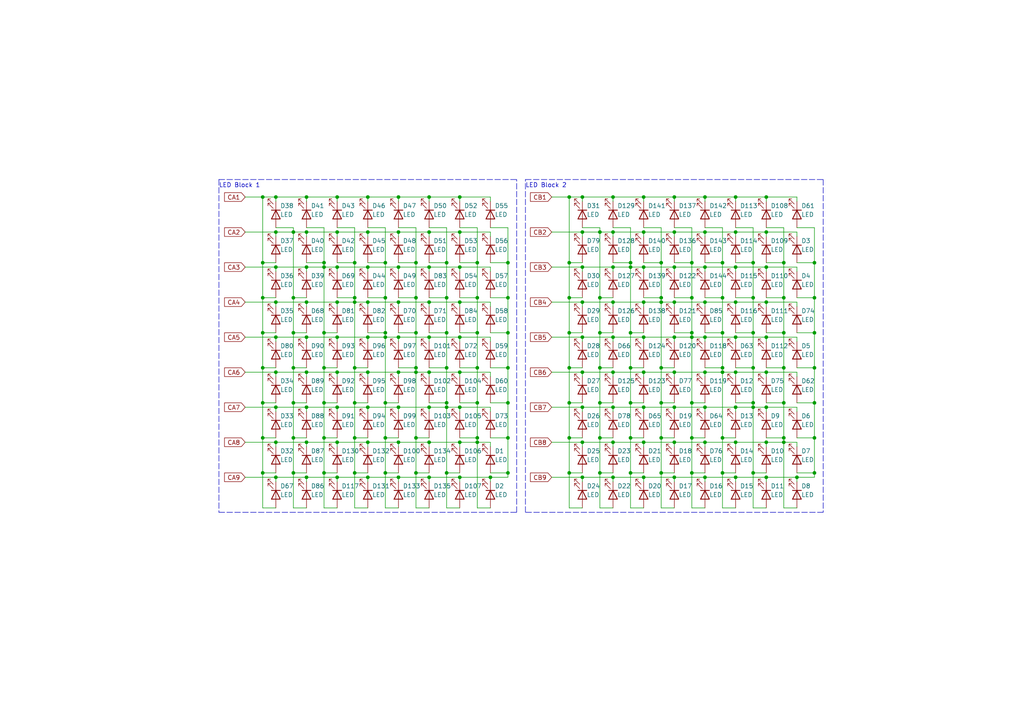
<source format=kicad_sch>
(kicad_sch (version 20211123) (generator eeschema)
  (paper "A4")
  (junction (at 111.76 137.16))
  (junction (at 204.47 67.31))
  (junction (at 218.44 116.84))
  (junction (at 236.22 116.84))
  (junction (at 97.79 118.11))
  (junction (at 106.68 77.47))
  (junction (at 182.88 77.47))
  (junction (at 195.58 87.63))
  (junction (at 102.87 127))
  (junction (at 204.47 57.15))
  (junction (at 80.01 67.31))
  (junction (at 236.22 137.16))
  (junction (at 133.35 67.31))
  (junction (at 120.65 127))
  (junction (at 173.99 106.68))
  (junction (at 111.76 97.79))
  (junction (at 85.09 116.84))
  (junction (at 173.99 137.16))
  (junction (at 213.36 77.47))
  (junction (at 88.9 107.95))
  (junction (at 76.2 137.16))
  (junction (at 209.55 107.95))
  (junction (at 222.25 97.79))
  (junction (at 209.55 106.68))
  (junction (at 106.68 87.63))
  (junction (at 222.25 118.11))
  (junction (at 218.44 76.2))
  (junction (at 168.91 128.27))
  (junction (at 222.25 57.15))
  (junction (at 124.46 67.31))
  (junction (at 133.35 57.15))
  (junction (at 129.54 106.68))
  (junction (at 115.57 67.31))
  (junction (at 120.65 107.95))
  (junction (at 147.32 86.36))
  (junction (at 124.46 138.43))
  (junction (at 106.68 118.11))
  (junction (at 124.46 118.11))
  (junction (at 182.88 116.84))
  (junction (at 85.09 86.36))
  (junction (at 85.09 137.16))
  (junction (at 138.43 86.36))
  (junction (at 120.65 96.52))
  (junction (at 88.9 97.79))
  (junction (at 93.98 106.68))
  (junction (at 165.1 57.15))
  (junction (at 76.2 76.2))
  (junction (at 173.99 127))
  (junction (at 138.43 128.27))
  (junction (at 195.58 57.15))
  (junction (at 168.91 67.31))
  (junction (at 80.01 77.47))
  (junction (at 168.91 107.95))
  (junction (at 88.9 87.63))
  (junction (at 195.58 67.31))
  (junction (at 177.8 118.11))
  (junction (at 129.54 86.36))
  (junction (at 182.88 137.16))
  (junction (at 191.77 76.2))
  (junction (at 102.87 106.68))
  (junction (at 111.76 116.84))
  (junction (at 218.44 106.68))
  (junction (at 80.01 118.11))
  (junction (at 142.24 138.43))
  (junction (at 213.36 128.27))
  (junction (at 138.43 76.2))
  (junction (at 80.01 107.95))
  (junction (at 195.58 77.47))
  (junction (at 200.66 116.84))
  (junction (at 124.46 87.63))
  (junction (at 186.69 128.27))
  (junction (at 111.76 96.52))
  (junction (at 222.25 138.43))
  (junction (at 115.57 118.11))
  (junction (at 186.69 107.95))
  (junction (at 222.25 107.95))
  (junction (at 165.1 116.84))
  (junction (at 97.79 107.95))
  (junction (at 213.36 107.95))
  (junction (at 231.14 138.43))
  (junction (at 218.44 118.11))
  (junction (at 182.88 127))
  (junction (at 195.58 138.43))
  (junction (at 102.87 137.16))
  (junction (at 191.77 86.36))
  (junction (at 115.57 128.27))
  (junction (at 106.68 138.43))
  (junction (at 147.32 137.16))
  (junction (at 204.47 107.95))
  (junction (at 213.36 118.11))
  (junction (at 186.69 77.47))
  (junction (at 102.87 86.36))
  (junction (at 106.68 128.27))
  (junction (at 85.09 106.68))
  (junction (at 222.25 128.27))
  (junction (at 133.35 87.63))
  (junction (at 120.65 106.68))
  (junction (at 76.2 96.52))
  (junction (at 133.35 77.47))
  (junction (at 138.43 106.68))
  (junction (at 115.57 57.15))
  (junction (at 177.8 138.43))
  (junction (at 93.98 77.47))
  (junction (at 186.69 138.43))
  (junction (at 93.98 96.52))
  (junction (at 209.55 127))
  (junction (at 168.91 138.43))
  (junction (at 177.8 97.79))
  (junction (at 200.66 86.36))
  (junction (at 186.69 87.63))
  (junction (at 97.79 138.43))
  (junction (at 138.43 116.84))
  (junction (at 80.01 128.27))
  (junction (at 80.01 97.79))
  (junction (at 85.09 127))
  (junction (at 124.46 57.15))
  (junction (at 218.44 137.16))
  (junction (at 124.46 107.95))
  (junction (at 200.66 127))
  (junction (at 93.98 137.16))
  (junction (at 97.79 77.47))
  (junction (at 124.46 97.79))
  (junction (at 138.43 96.52))
  (junction (at 177.8 107.95))
  (junction (at 97.79 57.15))
  (junction (at 218.44 96.52))
  (junction (at 209.55 137.16))
  (junction (at 177.8 128.27))
  (junction (at 102.87 87.63))
  (junction (at 165.1 86.36))
  (junction (at 182.88 106.68))
  (junction (at 195.58 97.79))
  (junction (at 191.77 106.68))
  (junction (at 97.79 128.27))
  (junction (at 200.66 76.2))
  (junction (at 165.1 76.2))
  (junction (at 93.98 127))
  (junction (at 97.79 97.79))
  (junction (at 76.2 57.15))
  (junction (at 85.09 67.31))
  (junction (at 147.32 127))
  (junction (at 133.35 128.27))
  (junction (at 133.35 107.95))
  (junction (at 111.76 86.36))
  (junction (at 120.65 76.2))
  (junction (at 106.68 107.95))
  (junction (at 182.88 76.2))
  (junction (at 76.2 106.68))
  (junction (at 213.36 87.63))
  (junction (at 200.66 137.16))
  (junction (at 115.57 107.95))
  (junction (at 129.54 96.52))
  (junction (at 227.33 106.68))
  (junction (at 222.25 87.63))
  (junction (at 191.77 116.84))
  (junction (at 236.22 127))
  (junction (at 204.47 128.27))
  (junction (at 204.47 118.11))
  (junction (at 177.8 77.47))
  (junction (at 200.66 96.52))
  (junction (at 147.32 116.84))
  (junction (at 168.91 77.47))
  (junction (at 209.55 86.36))
  (junction (at 209.55 76.2))
  (junction (at 80.01 138.43))
  (junction (at 168.91 57.15))
  (junction (at 177.8 67.31))
  (junction (at 115.57 97.79))
  (junction (at 76.2 127))
  (junction (at 147.32 106.68))
  (junction (at 93.98 76.2))
  (junction (at 213.36 57.15))
  (junction (at 165.1 137.16))
  (junction (at 227.33 116.84))
  (junction (at 115.57 138.43))
  (junction (at 195.58 128.27))
  (junction (at 204.47 97.79))
  (junction (at 111.76 76.2))
  (junction (at 147.32 76.2))
  (junction (at 115.57 87.63))
  (junction (at 88.9 57.15))
  (junction (at 93.98 116.84))
  (junction (at 129.54 118.11))
  (junction (at 133.35 97.79))
  (junction (at 129.54 137.16))
  (junction (at 88.9 138.43))
  (junction (at 120.65 137.16))
  (junction (at 213.36 67.31))
  (junction (at 236.22 96.52))
  (junction (at 186.69 97.79))
  (junction (at 133.35 138.43))
  (junction (at 88.9 118.11))
  (junction (at 191.77 127))
  (junction (at 204.47 77.47))
  (junction (at 236.22 86.36))
  (junction (at 236.22 76.2))
  (junction (at 88.9 77.47))
  (junction (at 218.44 86.36))
  (junction (at 165.1 96.52))
  (junction (at 97.79 87.63))
  (junction (at 209.55 96.52))
  (junction (at 168.91 87.63))
  (junction (at 97.79 67.31))
  (junction (at 173.99 96.52))
  (junction (at 186.69 118.11))
  (junction (at 138.43 127))
  (junction (at 191.77 137.16))
  (junction (at 191.77 87.63))
  (junction (at 165.1 106.68))
  (junction (at 147.32 96.52))
  (junction (at 106.68 67.31))
  (junction (at 186.69 57.15))
  (junction (at 236.22 106.68))
  (junction (at 186.69 67.31))
  (junction (at 106.68 97.79))
  (junction (at 80.01 87.63))
  (junction (at 76.2 116.84))
  (junction (at 76.2 86.36))
  (junction (at 129.54 116.84))
  (junction (at 177.8 57.15))
  (junction (at 227.33 96.52))
  (junction (at 173.99 67.31))
  (junction (at 88.9 67.31))
  (junction (at 173.99 86.36))
  (junction (at 168.91 97.79))
  (junction (at 115.57 77.47))
  (junction (at 106.68 57.15))
  (junction (at 111.76 127))
  (junction (at 177.8 87.63))
  (junction (at 168.91 118.11))
  (junction (at 165.1 127))
  (junction (at 173.99 116.84))
  (junction (at 88.9 128.27))
  (junction (at 227.33 127))
  (junction (at 182.88 96.52))
  (junction (at 195.58 107.95))
  (junction (at 200.66 97.79))
  (junction (at 227.33 128.27))
  (junction (at 213.36 138.43))
  (junction (at 227.33 86.36))
  (junction (at 227.33 76.2))
  (junction (at 102.87 116.84))
  (junction (at 80.01 57.15))
  (junction (at 204.47 138.43))
  (junction (at 85.09 96.52))
  (junction (at 129.54 76.2))
  (junction (at 213.36 97.79))
  (junction (at 124.46 128.27))
  (junction (at 133.35 118.11))
  (junction (at 222.25 77.47))
  (junction (at 120.65 86.36))
  (junction (at 222.25 67.31))
  (junction (at 204.47 87.63))
  (junction (at 102.87 76.2))
  (junction (at 195.58 118.11))
  (junction (at 124.46 77.47))
  (wire (pts (xy 124.46 66.04) (xy 129.54 66.04)))
  (wire (pts (xy 97.79 87.63) (xy 102.87 87.63)))
  (wire (pts (xy 177.8 57.15) (xy 186.69 57.15)))
  (wire (pts (xy 160.02 107.95) (xy 168.91 107.95)))
  (wire (pts (xy 133.35 128.27) (xy 138.43 128.27)))
  (wire (pts (xy 200.66 137.16) (xy 204.47 137.16)))
  (wire (pts (xy 227.33 106.68) (xy 227.33 116.84)))
  (wire (pts (xy 186.69 87.63) (xy 186.69 88.9)))
  (wire (pts (xy 120.65 137.16) (xy 120.65 147.32)))
  (wire (pts (xy 182.88 127) (xy 182.88 137.16)))
  (wire (pts (xy 111.76 127) (xy 115.57 127)))
  (wire (pts (xy 168.91 128.27) (xy 177.8 128.27)))
  (wire (pts (xy 147.32 96.52) (xy 147.32 106.68)))
  (wire (pts (xy 168.91 57.15) (xy 168.91 58.42)))
  (wire (pts (xy 111.76 147.32) (xy 115.57 147.32)))
  (wire (pts (xy 88.9 138.43) (xy 88.9 139.7)))
  (wire (pts (xy 213.36 128.27) (xy 213.36 129.54)))
  (wire (pts (xy 93.98 77.47) (xy 97.79 77.47)))
  (wire (pts (xy 218.44 137.16) (xy 222.25 137.16)))
  (wire (pts (xy 80.01 67.31) (xy 80.01 68.58)))
  (wire (pts (xy 204.47 87.63) (xy 204.47 88.9)))
  (wire (pts (xy 218.44 137.16) (xy 218.44 147.32)))
  (wire (pts (xy 177.8 57.15) (xy 177.8 58.42)))
  (wire (pts (xy 115.57 96.52) (xy 120.65 96.52)))
  (wire (pts (xy 195.58 77.47) (xy 195.58 78.74)))
  (wire (pts (xy 177.8 87.63) (xy 177.8 88.9)))
  (wire (pts (xy 191.77 116.84) (xy 191.77 127)))
  (wire (pts (xy 115.57 118.11) (xy 115.57 119.38)))
  (wire (pts (xy 168.91 118.11) (xy 168.91 119.38)))
  (wire (pts (xy 76.2 86.36) (xy 76.2 76.2)))
  (wire (pts (xy 133.35 76.2) (xy 138.43 76.2)))
  (wire (pts (xy 177.8 87.63) (xy 186.69 87.63)))
  (wire (pts (xy 195.58 77.47) (xy 204.47 77.47)))
  (wire (pts (xy 227.33 76.2) (xy 227.33 86.36)))
  (wire (pts (xy 182.88 106.68) (xy 186.69 106.68)))
  (wire (pts (xy 182.88 116.84) (xy 182.88 127)))
  (wire (pts (xy 200.66 147.32) (xy 204.47 147.32)))
  (wire (pts (xy 168.91 66.04) (xy 173.99 66.04)))
  (wire (pts (xy 106.68 87.63) (xy 115.57 87.63)))
  (wire (pts (xy 231.14 88.9) (xy 231.14 87.63)))
  (wire (pts (xy 209.55 147.32) (xy 213.36 147.32)))
  (wire (pts (xy 200.66 137.16) (xy 200.66 147.32)))
  (wire (pts (xy 97.79 57.15) (xy 97.79 58.42)))
  (wire (pts (xy 76.2 127) (xy 80.01 127)))
  (wire (pts (xy 218.44 118.11) (xy 222.25 118.11)))
  (wire (pts (xy 129.54 118.11) (xy 129.54 137.16)))
  (wire (pts (xy 222.25 77.47) (xy 222.25 78.74)))
  (wire (pts (xy 204.47 96.52) (xy 209.55 96.52)))
  (wire (pts (xy 177.8 107.95) (xy 186.69 107.95)))
  (wire (pts (xy 160.02 67.31) (xy 168.91 67.31)))
  (wire (pts (xy 218.44 66.04) (xy 218.44 76.2)))
  (wire (pts (xy 115.57 67.31) (xy 115.57 68.58)))
  (wire (pts (xy 88.9 87.63) (xy 88.9 88.9)))
  (wire (pts (xy 195.58 87.63) (xy 204.47 87.63)))
  (wire (pts (xy 76.2 137.16) (xy 76.2 127)))
  (wire (pts (xy 147.32 138.43) (xy 142.24 138.43)))
  (wire (pts (xy 213.36 97.79) (xy 213.36 99.06)))
  (wire (pts (xy 182.88 77.47) (xy 186.69 77.47)))
  (wire (pts (xy 165.1 116.84) (xy 165.1 106.68)))
  (wire (pts (xy 129.54 147.32) (xy 133.35 147.32)))
  (wire (pts (xy 200.66 76.2) (xy 200.66 86.36)))
  (wire (pts (xy 160.02 128.27) (xy 168.91 128.27)))
  (wire (pts (xy 227.33 96.52) (xy 227.33 106.68)))
  (wire (pts (xy 191.77 106.68) (xy 195.58 106.68)))
  (wire (pts (xy 204.47 86.36) (xy 209.55 86.36)))
  (wire (pts (xy 102.87 86.36) (xy 102.87 87.63)))
  (wire (pts (xy 88.9 57.15) (xy 97.79 57.15)))
  (wire (pts (xy 124.46 96.52) (xy 129.54 96.52)))
  (wire (pts (xy 195.58 66.04) (xy 200.66 66.04)))
  (wire (pts (xy 142.24 68.58) (xy 142.24 67.31)))
  (wire (pts (xy 76.2 57.15) (xy 80.01 57.15)))
  (wire (pts (xy 231.14 129.54) (xy 231.14 128.27)))
  (wire (pts (xy 173.99 147.32) (xy 177.8 147.32)))
  (wire (pts (xy 120.65 76.2) (xy 120.65 86.36)))
  (wire (pts (xy 106.68 107.95) (xy 115.57 107.95)))
  (wire (pts (xy 231.14 139.7) (xy 231.14 138.43)))
  (wire (pts (xy 182.88 96.52) (xy 186.69 96.52)))
  (wire (pts (xy 76.2 106.68) (xy 80.01 106.68)))
  (wire (pts (xy 142.24 139.7) (xy 142.24 138.43)))
  (wire (pts (xy 133.35 97.79) (xy 142.24 97.79)))
  (wire (pts (xy 88.9 97.79) (xy 88.9 99.06)))
  (wire (pts (xy 195.58 87.63) (xy 195.58 88.9)))
  (wire (pts (xy 168.91 77.47) (xy 168.91 78.74)))
  (wire (pts (xy 168.91 67.31) (xy 173.99 67.31)))
  (wire (pts (xy 213.36 87.63) (xy 213.36 88.9)))
  (wire (pts (xy 106.68 77.47) (xy 115.57 77.47)))
  (wire (pts (xy 186.69 67.31) (xy 186.69 68.58)))
  (wire (pts (xy 97.79 97.79) (xy 106.68 97.79)))
  (wire (pts (xy 111.76 96.52) (xy 111.76 97.79)))
  (wire (pts (xy 204.47 138.43) (xy 213.36 138.43)))
  (wire (pts (xy 195.58 138.43) (xy 195.58 139.7)))
  (wire (pts (xy 218.44 147.32) (xy 222.25 147.32)))
  (wire (pts (xy 182.88 116.84) (xy 186.69 116.84)))
  (wire (pts (xy 138.43 116.84) (xy 138.43 127)))
  (wire (pts (xy 213.36 77.47) (xy 222.25 77.47)))
  (wire (pts (xy 142.24 99.06) (xy 142.24 97.79)))
  (wire (pts (xy 115.57 138.43) (xy 124.46 138.43)))
  (wire (pts (xy 129.54 96.52) (xy 129.54 106.68)))
  (wire (pts (xy 222.25 77.47) (xy 231.14 77.47)))
  (wire (pts (xy 142.24 66.04) (xy 147.32 66.04)))
  (wire (pts (xy 173.99 86.36) (xy 177.8 86.36)))
  (wire (pts (xy 85.09 137.16) (xy 85.09 147.32)))
  (wire (pts (xy 204.47 118.11) (xy 213.36 118.11)))
  (wire (pts (xy 102.87 87.63) (xy 106.68 87.63)))
  (wire (pts (xy 222.25 66.04) (xy 227.33 66.04)))
  (wire (pts (xy 209.55 137.16) (xy 209.55 147.32)))
  (wire (pts (xy 93.98 127) (xy 93.98 137.16)))
  (wire (pts (xy 93.98 127) (xy 97.79 127)))
  (wire (pts (xy 195.58 138.43) (xy 204.47 138.43)))
  (wire (pts (xy 204.47 138.43) (xy 204.47 139.7)))
  (wire (pts (xy 218.44 76.2) (xy 218.44 86.36)))
  (wire (pts (xy 80.01 57.15) (xy 80.01 58.42)))
  (wire (pts (xy 168.91 97.79) (xy 168.91 99.06)))
  (wire (pts (xy 236.22 127) (xy 236.22 137.16)))
  (wire (pts (xy 231.14 127) (xy 236.22 127)))
  (wire (pts (xy 142.24 58.42) (xy 142.24 57.15)))
  (wire (pts (xy 142.24 137.16) (xy 147.32 137.16)))
  (wire (pts (xy 133.35 66.04) (xy 138.43 66.04)))
  (wire (pts (xy 182.88 96.52) (xy 182.88 106.68)))
  (wire (pts (xy 236.22 138.43) (xy 231.14 138.43)))
  (wire (pts (xy 204.47 67.31) (xy 213.36 67.31)))
  (wire (pts (xy 209.55 127) (xy 209.55 137.16)))
  (wire (pts (xy 186.69 128.27) (xy 186.69 129.54)))
  (wire (pts (xy 182.88 66.04) (xy 182.88 76.2)))
  (wire (pts (xy 182.88 137.16) (xy 182.88 147.32)))
  (wire (pts (xy 138.43 76.2) (xy 138.43 86.36)))
  (wire (pts (xy 200.66 86.36) (xy 200.66 96.52)))
  (wire (pts (xy 236.22 86.36) (xy 236.22 96.52)))
  (wire (pts (xy 227.33 66.04) (xy 227.33 76.2)))
  (wire (pts (xy 222.25 138.43) (xy 231.14 138.43)))
  (wire (pts (xy 195.58 86.36) (xy 200.66 86.36)))
  (wire (pts (xy 133.35 118.11) (xy 142.24 118.11)))
  (wire (pts (xy 88.9 77.47) (xy 93.98 77.47)))
  (wire (pts (xy 204.47 128.27) (xy 204.47 129.54)))
  (wire (pts (xy 76.2 137.16) (xy 80.01 137.16)))
  (wire (pts (xy 186.69 138.43) (xy 186.69 139.7)))
  (wire (pts (xy 138.43 147.32) (xy 142.24 147.32)))
  (wire (pts (xy 191.77 76.2) (xy 191.77 86.36)))
  (wire (pts (xy 227.33 147.32) (xy 231.14 147.32)))
  (wire (pts (xy 133.35 96.52) (xy 138.43 96.52)))
  (wire (pts (xy 80.01 66.04) (xy 85.09 66.04)))
  (wire (pts (xy 115.57 118.11) (xy 124.46 118.11)))
  (wire (pts (xy 138.43 128.27) (xy 142.24 128.27)))
  (wire (pts (xy 213.36 107.95) (xy 222.25 107.95)))
  (wire (pts (xy 80.01 118.11) (xy 80.01 119.38)))
  (wire (pts (xy 71.12 67.31) (xy 80.01 67.31)))
  (wire (pts (xy 88.9 67.31) (xy 88.9 68.58)))
  (wire (pts (xy 191.77 87.63) (xy 195.58 87.63)))
  (wire (pts (xy 106.68 86.36) (xy 111.76 86.36)))
  (wire (pts (xy 129.54 137.16) (xy 133.35 137.16)))
  (wire (pts (xy 88.9 87.63) (xy 97.79 87.63)))
  (wire (pts (xy 236.22 76.2) (xy 236.22 86.36)))
  (wire (pts (xy 142.24 78.74) (xy 142.24 77.47)))
  (wire (pts (xy 227.33 127) (xy 227.33 128.27)))
  (wire (pts (xy 173.99 127) (xy 173.99 137.16)))
  (wire (pts (xy 165.1 86.36) (xy 168.91 86.36)))
  (wire (pts (xy 222.25 107.95) (xy 222.25 109.22)))
  (wire (pts (xy 133.35 116.84) (xy 138.43 116.84)))
  (wire (pts (xy 80.01 67.31) (xy 85.09 67.31)))
  (wire (pts (xy 227.33 128.27) (xy 227.33 147.32)))
  (wire (pts (xy 124.46 76.2) (xy 129.54 76.2)))
  (wire (pts (xy 168.91 107.95) (xy 177.8 107.95)))
  (wire (pts (xy 129.54 118.11) (xy 133.35 118.11)))
  (wire (pts (xy 168.91 128.27) (xy 168.91 129.54)))
  (wire (pts (xy 195.58 128.27) (xy 195.58 129.54)))
  (wire (pts (xy 191.77 106.68) (xy 191.77 116.84)))
  (wire (pts (xy 147.32 76.2) (xy 147.32 86.36)))
  (wire (pts (xy 115.57 87.63) (xy 124.46 87.63)))
  (wire (pts (xy 213.36 77.47) (xy 213.36 78.74)))
  (wire (pts (xy 93.98 96.52) (xy 97.79 96.52)))
  (wire (pts (xy 222.25 67.31) (xy 222.25 68.58)))
  (wire (pts (xy 177.8 77.47) (xy 177.8 78.74)))
  (wire (pts (xy 88.9 118.11) (xy 97.79 118.11)))
  (wire (pts (xy 124.46 97.79) (xy 124.46 99.06)))
  (wire (pts (xy 213.36 67.31) (xy 222.25 67.31)))
  (wire (pts (xy 195.58 128.27) (xy 204.47 128.27)))
  (wire (pts (xy 191.77 147.32) (xy 195.58 147.32)))
  (wire (pts (xy 182.88 106.68) (xy 182.88 116.84)))
  (wire (pts (xy 85.09 116.84) (xy 88.9 116.84)))
  (wire (pts (xy 88.9 107.95) (xy 88.9 109.22)))
  (wire (pts (xy 115.57 106.68) (xy 120.65 106.68)))
  (wire (pts (xy 209.55 107.95) (xy 209.55 127)))
  (wire (pts (xy 71.12 118.11) (xy 80.01 118.11)))
  (wire (pts (xy 168.91 87.63) (xy 177.8 87.63)))
  (wire (pts (xy 236.22 66.04) (xy 236.22 76.2)))
  (wire (pts (xy 88.9 67.31) (xy 97.79 67.31)))
  (wire (pts (xy 80.01 107.95) (xy 80.01 109.22)))
  (wire (pts (xy 85.09 106.68) (xy 88.9 106.68)))
  (wire (pts (xy 195.58 67.31) (xy 195.58 68.58)))
  (wire (pts (xy 209.55 86.36) (xy 209.55 96.52)))
  (wire (pts (xy 209.55 106.68) (xy 209.55 107.95)))
  (wire (pts (xy 93.98 116.84) (xy 97.79 116.84)))
  (wire (pts (xy 129.54 106.68) (xy 129.54 116.84)))
  (wire (pts (xy 133.35 128.27) (xy 133.35 129.54)))
  (wire (pts (xy 173.99 127) (xy 177.8 127)))
  (wire (pts (xy 102.87 116.84) (xy 106.68 116.84)))
  (wire (pts (xy 165.1 76.2) (xy 165.1 57.15)))
  (wire (pts (xy 168.91 87.63) (xy 168.91 88.9)))
  (wire (pts (xy 80.01 138.43) (xy 88.9 138.43)))
  (wire (pts (xy 97.79 77.47) (xy 106.68 77.47)))
  (wire (pts (xy 111.76 116.84) (xy 111.76 127)))
  (wire (pts (xy 168.91 147.32) (xy 165.1 147.32)))
  (wire (pts (xy 222.25 128.27) (xy 227.33 128.27)))
  (wire (pts (xy 191.77 86.36) (xy 191.77 87.63)))
  (wire (pts (xy 124.46 97.79) (xy 133.35 97.79)))
  (wire (pts (xy 191.77 66.04) (xy 191.77 76.2)))
  (wire (pts (xy 165.1 127) (xy 165.1 116.84)))
  (wire (pts (xy 106.68 67.31) (xy 106.68 68.58)))
  (wire (pts (xy 133.35 107.95) (xy 142.24 107.95)))
  (wire (pts (xy 133.35 67.31) (xy 142.24 67.31)))
  (wire (pts (xy 71.12 57.15) (xy 76.2 57.15)))
  (wire (pts (xy 115.57 66.04) (xy 120.65 66.04)))
  (wire (pts (xy 80.01 107.95) (xy 88.9 107.95)))
  (wire (pts (xy 71.12 107.95) (xy 80.01 107.95)))
  (wire (pts (xy 76.2 76.2) (xy 76.2 57.15)))
  (wire (pts (xy 76.2 116.84) (xy 76.2 106.68)))
  (wire (pts (xy 218.44 118.11) (xy 218.44 137.16)))
  (wire (pts (xy 85.09 67.31) (xy 88.9 67.31)))
  (wire (pts (xy 186.69 138.43) (xy 195.58 138.43)))
  (polyline (pts (xy 149.86 148.59) (xy 149.86 52.07)))
  (wire (pts (xy 106.68 57.15) (xy 115.57 57.15)))
  (wire (pts (xy 80.01 128.27) (xy 80.01 129.54)))
  (wire (pts (xy 222.25 76.2) (xy 227.33 76.2)))
  (wire (pts (xy 80.01 77.47) (xy 80.01 78.74)))
  (wire (pts (xy 93.98 137.16) (xy 97.79 137.16)))
  (wire (pts (xy 227.33 116.84) (xy 227.33 127)))
  (wire (pts (xy 115.57 77.47) (xy 124.46 77.47)))
  (wire (pts (xy 236.22 96.52) (xy 236.22 106.68)))
  (wire (pts (xy 231.14 78.74) (xy 231.14 77.47)))
  (polyline (pts (xy 152.4 52.07) (xy 238.76 52.07)))
  (wire (pts (xy 168.91 118.11) (xy 177.8 118.11)))
  (wire (pts (xy 227.33 86.36) (xy 227.33 96.52)))
  (wire (pts (xy 71.12 87.63) (xy 80.01 87.63)))
  (wire (pts (xy 106.68 128.27) (xy 115.57 128.27)))
  (wire (pts (xy 168.91 138.43) (xy 177.8 138.43)))
  (wire (pts (xy 133.35 77.47) (xy 133.35 78.74)))
  (wire (pts (xy 111.76 76.2) (xy 111.76 86.36)))
  (wire (pts (xy 115.57 87.63) (xy 115.57 88.9)))
  (wire (pts (xy 213.36 138.43) (xy 213.36 139.7)))
  (wire (pts (xy 97.79 138.43) (xy 97.79 139.7)))
  (wire (pts (xy 106.68 96.52) (xy 111.76 96.52)))
  (wire (pts (xy 218.44 106.68) (xy 218.44 116.84)))
  (wire (pts (xy 222.25 127) (xy 227.33 127)))
  (wire (pts (xy 111.76 116.84) (xy 115.57 116.84)))
  (wire (pts (xy 204.47 97.79) (xy 213.36 97.79)))
  (wire (pts (xy 213.36 66.04) (xy 218.44 66.04)))
  (wire (pts (xy 133.35 107.95) (xy 133.35 109.22)))
  (wire (pts (xy 88.9 66.04) (xy 93.98 66.04)))
  (wire (pts (xy 204.47 106.68) (xy 209.55 106.68)))
  (wire (pts (xy 85.09 96.52) (xy 85.09 106.68)))
  (wire (pts (xy 124.46 77.47) (xy 124.46 78.74)))
  (wire (pts (xy 80.01 138.43) (xy 80.01 139.7)))
  (wire (pts (xy 177.8 138.43) (xy 177.8 139.7)))
  (wire (pts (xy 124.46 106.68) (xy 129.54 106.68)))
  (wire (pts (xy 97.79 76.2) (xy 102.87 76.2)))
  (wire (pts (xy 93.98 116.84) (xy 93.98 127)))
  (wire (pts (xy 71.12 97.79) (xy 80.01 97.79)))
  (wire (pts (xy 133.35 106.68) (xy 138.43 106.68)))
  (wire (pts (xy 97.79 107.95) (xy 97.79 109.22)))
  (wire (pts (xy 204.47 66.04) (xy 209.55 66.04)))
  (wire (pts (xy 168.91 57.15) (xy 177.8 57.15)))
  (wire (pts (xy 231.14 58.42) (xy 231.14 57.15)))
  (wire (pts (xy 186.69 128.27) (xy 195.58 128.27)))
  (wire (pts (xy 168.91 67.31) (xy 168.91 68.58)))
  (wire (pts (xy 165.1 57.15) (xy 168.91 57.15)))
  (wire (pts (xy 186.69 118.11) (xy 195.58 118.11)))
  (wire (pts (xy 177.8 118.11) (xy 186.69 118.11)))
  (wire (pts (xy 88.9 107.95) (xy 97.79 107.95)))
  (wire (pts (xy 88.9 128.27) (xy 88.9 129.54)))
  (wire (pts (xy 85.09 116.84) (xy 85.09 127)))
  (wire (pts (xy 124.46 116.84) (xy 129.54 116.84)))
  (wire (pts (xy 231.14 116.84) (xy 236.22 116.84)))
  (wire (pts (xy 186.69 57.15) (xy 186.69 58.42)))
  (wire (pts (xy 231.14 68.58) (xy 231.14 67.31)))
  (polyline (pts (xy 63.5 148.59) (xy 149.86 148.59)))
  (polyline (pts (xy 238.76 148.59) (xy 152.4 148.59)))
  (wire (pts (xy 160.02 118.11) (xy 168.91 118.11)))
  (wire (pts (xy 222.25 87.63) (xy 231.14 87.63)))
  (wire (pts (xy 200.66 96.52) (xy 200.66 97.79)))
  (wire (pts (xy 142.24 119.38) (xy 142.24 118.11)))
  (wire (pts (xy 200.66 97.79) (xy 200.66 116.84)))
  (wire (pts (xy 222.25 57.15) (xy 231.14 57.15)))
  (wire (pts (xy 142.24 76.2) (xy 147.32 76.2)))
  (wire (pts (xy 129.54 86.36) (xy 129.54 96.52)))
  (wire (pts (xy 186.69 87.63) (xy 191.77 87.63)))
  (wire (pts (xy 204.47 77.47) (xy 204.47 78.74)))
  (wire (pts (xy 106.68 76.2) (xy 111.76 76.2)))
  (wire (pts (xy 115.57 76.2) (xy 120.65 76.2)))
  (wire (pts (xy 71.12 128.27) (xy 80.01 128.27)))
  (wire (pts (xy 120.65 107.95) (xy 120.65 127)))
  (wire (pts (xy 213.36 106.68) (xy 218.44 106.68)))
  (wire (pts (xy 129.54 76.2) (xy 129.54 86.36)))
  (wire (pts (xy 120.65 147.32) (xy 124.46 147.32)))
  (wire (pts (xy 97.79 67.31) (xy 97.79 68.58)))
  (wire (pts (xy 80.01 97.79) (xy 80.01 99.06)))
  (wire (pts (xy 209.55 107.95) (xy 213.36 107.95)))
  (wire (pts (xy 85.09 86.36) (xy 88.9 86.36)))
  (wire (pts (xy 88.9 138.43) (xy 97.79 138.43)))
  (wire (pts (xy 129.54 116.84) (xy 129.54 118.11)))
  (wire (pts (xy 133.35 138.43) (xy 142.24 138.43)))
  (wire (pts (xy 195.58 57.15) (xy 204.47 57.15)))
  (wire (pts (xy 165.1 137.16) (xy 165.1 127)))
  (wire (pts (xy 200.66 127) (xy 204.47 127)))
  (wire (pts (xy 93.98 96.52) (xy 93.98 106.68)))
  (wire (pts (xy 177.8 77.47) (xy 182.88 77.47)))
  (wire (pts (xy 106.68 118.11) (xy 106.68 119.38)))
  (wire (pts (xy 106.68 97.79) (xy 111.76 97.79)))
  (wire (pts (xy 165.1 127) (xy 168.91 127)))
  (wire (pts (xy 213.36 87.63) (xy 222.25 87.63)))
  (wire (pts (xy 102.87 87.63) (xy 102.87 106.68)))
  (wire (pts (xy 93.98 147.32) (xy 97.79 147.32)))
  (wire (pts (xy 147.32 127) (xy 147.32 137.16)))
  (wire (pts (xy 160.02 57.15) (xy 165.1 57.15)))
  (wire (pts (xy 222.25 97.79) (xy 222.25 99.06)))
  (wire (pts (xy 222.25 118.11) (xy 231.14 118.11)))
  (wire (pts (xy 71.12 138.43) (xy 80.01 138.43)))
  (wire (pts (xy 209.55 127) (xy 213.36 127)))
  (wire (pts (xy 97.79 57.15) (xy 106.68 57.15)))
  (wire (pts (xy 200.66 127) (xy 200.66 137.16)))
  (wire (pts (xy 186.69 66.04) (xy 191.77 66.04)))
  (wire (pts (xy 106.68 57.15) (xy 106.68 58.42)))
  (wire (pts (xy 80.01 128.27) (xy 88.9 128.27)))
  (wire (pts (xy 133.35 67.31) (xy 133.35 68.58)))
  (wire (pts (xy 147.32 86.36) (xy 147.32 96.52)))
  (wire (pts (xy 231.14 119.38) (xy 231.14 118.11)))
  (wire (pts (xy 85.09 127) (xy 88.9 127)))
  (wire (pts (xy 213.36 116.84) (xy 218.44 116.84)))
  (wire (pts (xy 204.47 57.15) (xy 213.36 57.15)))
  (wire (pts (xy 177.8 128.27) (xy 186.69 128.27)))
  (wire (pts (xy 124.46 67.31) (xy 124.46 68.58)))
  (wire (pts (xy 218.44 86.36) (xy 218.44 96.52)))
  (wire (pts (xy 124.46 57.15) (xy 133.35 57.15)))
  (wire (pts (xy 227.33 128.27) (xy 231.14 128.27)))
  (wire (pts (xy 222.25 116.84) (xy 227.33 116.84)))
  (wire (pts (xy 102.87 116.84) (xy 102.87 127)))
  (wire (pts (xy 80.01 77.47) (xy 88.9 77.47)))
  (wire (pts (xy 124.46 57.15) (xy 124.46 58.42)))
  (wire (pts (xy 222.25 106.68) (xy 227.33 106.68)))
  (wire (pts (xy 124.46 107.95) (xy 124.46 109.22)))
  (wire (pts (xy 124.46 107.95) (xy 133.35 107.95)))
  (wire (pts (xy 182.88 127) (xy 186.69 127)))
  (wire (pts (xy 102.87 137.16) (xy 106.68 137.16)))
  (wire (pts (xy 85.09 86.36) (xy 85.09 96.52)))
  (wire (pts (xy 120.65 127) (xy 124.46 127)))
  (wire (pts (xy 124.46 118.11) (xy 129.54 118.11)))
  (wire (pts (xy 222.25 138.43) (xy 222.25 139.7)))
  (wire (pts (xy 186.69 107.95) (xy 195.58 107.95)))
  (wire (pts (xy 165.1 76.2) (xy 168.91 76.2)))
  (wire (pts (xy 106.68 138.43) (xy 106.68 139.7)))
  (wire (pts (xy 173.99 116.84) (xy 177.8 116.84)))
  (wire (pts (xy 177.8 97.79) (xy 186.69 97.79)))
  (wire (pts (xy 165.1 86.36) (xy 165.1 76.2)))
  (wire (pts (xy 200.66 116.84) (xy 200.66 127)))
  (wire (pts (xy 102.87 106.68) (xy 106.68 106.68)))
  (wire (pts (xy 85.09 137.16) (xy 88.9 137.16)))
  (wire (pts (xy 142.24 88.9) (xy 142.24 87.63)))
  (wire (pts (xy 102.87 127) (xy 106.68 127)))
  (wire (pts (xy 195.58 107.95) (xy 204.47 107.95)))
  (wire (pts (xy 173.99 96.52) (xy 177.8 96.52)))
  (polyline (pts (xy 63.5 52.07) (xy 149.86 52.07)))
  (wire (pts (xy 147.32 66.04) (xy 147.32 76.2)))
  (wire (pts (xy 120.65 86.36) (xy 120.65 96.52)))
  (wire (pts (xy 204.47 118.11) (xy 204.47 119.38)))
  (wire (pts (xy 222.25 86.36) (xy 227.33 86.36)))
  (wire (pts (xy 129.54 137.16) (xy 129.54 147.32)))
  (wire (pts (xy 85.09 67.31) (xy 85.09 86.36)))
  (wire (pts (xy 133.35 57.15) (xy 142.24 57.15)))
  (wire (pts (xy 204.47 67.31) (xy 204.47 68.58)))
  (wire (pts (xy 165.1 96.52) (xy 168.91 96.52)))
  (wire (pts (xy 80.01 118.11) (xy 88.9 118.11)))
  (wire (pts (xy 173.99 137.16) (xy 177.8 137.16)))
  (wire (pts (xy 165.1 106.68) (xy 165.1 96.52)))
  (wire (pts (xy 218.44 96.52) (xy 218.44 106.68)))
  (wire (pts (xy 195.58 57.15) (xy 195.58 58.42)))
  (wire (pts (xy 111.76 86.36) (xy 111.76 96.52)))
  (wire (pts (xy 177.8 66.04) (xy 182.88 66.04)))
  (wire (pts (xy 106.68 67.31) (xy 115.57 67.31)))
  (wire (pts (xy 213.36 128.27) (xy 222.25 128.27)))
  (wire (pts (xy 173.99 86.36) (xy 173.99 96.52)))
  (wire (pts (xy 102.87 66.04) (xy 102.87 76.2)))
  (wire (pts (xy 111.76 127) (xy 111.76 137.16)))
  (wire (pts (xy 165.1 116.84) (xy 168.91 116.84)))
  (wire (pts (xy 186.69 118.11) (xy 186.69 119.38)))
  (wire (pts (xy 160.02 97.79) (xy 168.91 97.79)))
  (wire (pts (xy 204.47 107.95) (xy 204.47 109.22)))
  (wire (pts (xy 76.2 127) (xy 76.2 116.84)))
  (wire (pts (xy 106.68 97.79) (xy 106.68 99.06)))
  (wire (pts (xy 173.99 116.84) (xy 173.99 127)))
  (wire (pts (xy 115.57 138.43) (xy 115.57 139.7)))
  (wire (pts (xy 222.25 118.11) (xy 222.25 119.38)))
  (wire (pts (xy 102.87 147.32) (xy 106.68 147.32)))
  (wire (pts (xy 115.57 57.15) (xy 115.57 58.42)))
  (wire (pts (xy 231.14 109.22) (xy 231.14 107.95)))
  (wire (pts (xy 76.2 106.68) (xy 76.2 96.52)))
  (wire (pts (xy 168.91 138.43) (xy 168.91 139.7)))
  (wire (pts (xy 160.02 77.47) (xy 168.91 77.47)))
  (wire (pts (xy 93.98 66.04) (xy 93.98 76.2)))
  (wire (pts (xy 195.58 118.11) (xy 195.58 119.38)))
  (polyline (pts (xy 152.4 148.59) (xy 152.4 52.07)))
  (wire (pts (xy 191.77 127) (xy 195.58 127)))
  (wire (pts (xy 85.09 66.04) (xy 85.09 67.31)))
  (wire (pts (xy 173.99 66.04) (xy 173.99 67.31)))
  (wire (pts (xy 231.14 76.2) (xy 236.22 76.2)))
  (wire (pts (xy 231.14 66.04) (xy 236.22 66.04)))
  (wire (pts (xy 97.79 138.43) (xy 106.68 138.43)))
  (wire (pts (xy 204.47 97.79) (xy 204.47 99.06)))
  (wire (pts (xy 93.98 76.2) (xy 93.98 77.47)))
  (wire (pts (xy 106.68 66.04) (xy 111.76 66.04)))
  (wire (pts (xy 204.47 77.47) (xy 213.36 77.47)))
  (wire (pts (xy 213.36 57.15) (xy 213.36 58.42)))
  (wire (pts (xy 76.2 96.52) (xy 80.01 96.52)))
  (wire (pts (xy 102.87 106.68) (xy 102.87 116.84)))
  (wire (pts (xy 222.25 97.79) (xy 231.14 97.79)))
  (wire (pts (xy 195.58 97.79) (xy 195.58 99.06)))
  (wire (pts (xy 133.35 97.79) (xy 133.35 99.06)))
  (wire (pts (xy 124.46 128.27) (xy 124.46 129.54)))
  (wire (pts (xy 165.1 137.16) (xy 168.91 137.16)))
  (wire (pts (xy 80.01 97.79) (xy 88.9 97.79)))
  (wire (pts (xy 102.87 137.16) (xy 102.87 147.32)))
  (wire (pts (xy 76.2 147.32) (xy 76.2 137.16)))
  (wire (pts (xy 120.65 96.52) (xy 120.65 106.68)))
  (wire (pts (xy 213.36 138.43) (xy 222.25 138.43)))
  (wire (pts (xy 142.24 116.84) (xy 147.32 116.84)))
  (wire (pts (xy 93.98 137.16) (xy 93.98 147.32)))
  (wire (pts (xy 147.32 116.84) (xy 147.32 127)))
  (wire (pts (xy 182.88 147.32) (xy 186.69 147.32)))
  (wire (pts (xy 133.35 77.47) (xy 142.24 77.47)))
  (wire (pts (xy 186.69 77.47) (xy 186.69 78.74)))
  (wire (pts (xy 195.58 118.11) (xy 204.47 118.11)))
  (wire (pts (xy 173.99 137.16) (xy 173.99 147.32)))
  (wire (pts (xy 182.88 137.16) (xy 186.69 137.16)))
  (wire (pts (xy 111.76 137.16) (xy 111.76 147.32)))
  (wire (pts (xy 120.65 137.16) (xy 124.46 137.16)))
  (wire (pts (xy 222.25 107.95) (xy 231.14 107.95)))
  (wire (pts (xy 88.9 118.11) (xy 88.9 119.38)))
  (wire (pts (xy 168.91 107.95) (xy 168.91 109.22)))
  (wire (pts (xy 195.58 96.52) (xy 200.66 96.52)))
  (wire (pts (xy 177.8 107.95) (xy 177.8 109.22)))
  (wire (pts (xy 213.36 57.15) (xy 222.25 57.15)))
  (wire (pts (xy 115.57 77.47) (xy 115.57 78.74)))
  (wire (pts (xy 97.79 86.36) (xy 102.87 86.36)))
  (wire (pts (xy 186.69 97.79) (xy 195.58 97.79)))
  (wire (pts (xy 213.36 118.11) (xy 218.44 118.11)))
  (wire (pts (xy 124.46 138.43) (xy 124.46 139.7)))
  (wire (pts (xy 97.79 66.04) (xy 102.87 66.04)))
  (wire (pts (xy 129.54 66.04) (xy 129.54 76.2)))
  (wire (pts (xy 142.24 86.36) (xy 147.32 86.36)))
  (wire (pts (xy 142.24 96.52) (xy 147.32 96.52)))
  (wire (pts (xy 204.47 76.2) (xy 209.55 76.2)))
  (wire (pts (xy 133.35 127) (xy 138.43 127)))
  (wire (pts (xy 85.09 127) (xy 85.09 137.16)))
  (wire (pts (xy 142.24 106.68) (xy 147.32 106.68)))
  (wire (pts (xy 222.25 57.15) (xy 222.25 58.42)))
  (wire (pts (xy 177.8 97.79) (xy 177.8 99.06)))
  (wire (pts (xy 97.79 77.47) (xy 97.79 78.74)))
  (wire (pts (xy 88.9 97.79) (xy 97.79 97.79)))
  (wire (pts (xy 191.77 87.63) (xy 191.77 106.68)))
  (wire (pts (xy 213.36 67.31) (xy 213.36 68.58)))
  (wire (pts (xy 213.36 118.11) (xy 213.36 119.38)))
  (wire (pts (xy 115.57 97.79) (xy 124.46 97.79)))
  (wire (pts (xy 124.46 118.11) (xy 124.46 119.38)))
  (wire (pts (xy 142.24 129.54) (xy 142.24 128.27)))
  (wire (pts (xy 186.69 107.95) (xy 186.69 109.22)))
  (wire (pts (xy 200.66 97.79) (xy 204.47 97.79)))
  (wire (pts (xy 138.43 66.04) (xy 138.43 76.2)))
  (wire (pts (xy 177.8 128.27) (xy 177.8 129.54)))
  (wire (pts (xy 133.35 86.36) (xy 138.43 86.36)))
  (wire (pts (xy 102.87 76.2) (xy 102.87 86.36)))
  (wire (pts (xy 80.01 57.15) (xy 88.9 57.15)))
  (wire (pts (xy 177.8 76.2) (xy 182.88 76.2)))
  (wire (pts (xy 76.2 116.84) (xy 80.01 116.84)))
  (wire (pts (xy 186.69 77.47) (xy 195.58 77.47)))
  (wire (pts (xy 76.2 76.2) (xy 80.01 76.2)))
  (wire (pts (xy 88.9 128.27) (xy 97.79 128.27)))
  (wire (pts (xy 124.46 138.43) (xy 133.35 138.43)))
  (wire (pts (xy 173.99 106.68) (xy 173.99 116.84)))
  (wire (pts (xy 111.76 97.79) (xy 115.57 97.79)))
  (wire (pts (xy 97.79 128.27) (xy 106.68 128.27)))
  (wire (pts (xy 115.57 107.95) (xy 120.65 107.95)))
  (wire (pts (xy 124.46 87.63) (xy 133.35 87.63)))
  (wire (pts (xy 138.43 86.36) (xy 138.43 96.52)))
  (wire (pts (xy 85.09 147.32) (xy 88.9 147.32)))
  (wire (pts (xy 236.22 116.84) (xy 236.22 127)))
  (wire (pts (xy 213.36 97.79) (xy 222.25 97.79)))
  (wire (pts (xy 133.35 87.63) (xy 133.35 88.9)))
  (wire (pts (xy 111.76 97.79) (xy 111.76 116.84)))
  (polyline (pts (xy 63.5 52.07) (xy 63.5 148.59)))
  (wire (pts (xy 133.35 87.63) (xy 142.24 87.63)))
  (wire (pts (xy 142.24 109.22) (xy 142.24 107.95)))
  (wire (pts (xy 124.46 77.47) (xy 133.35 77.47)))
  (wire (pts (xy 80.01 147.32) (xy 76.2 147.32)))
  (wire (pts (xy 102.87 127) (xy 102.87 137.16)))
  (wire (pts (xy 124.46 87.63) (xy 124.46 88.9)))
  (wire (pts (xy 231.14 96.52) (xy 236.22 96.52)))
  (wire (pts (xy 133.35 138.43) (xy 133.35 139.7)))
  (wire (pts (xy 222.25 96.52) (xy 227.33 96.52)))
  (wire (pts (xy 88.9 77.47) (xy 88.9 78.74)))
  (wire (pts (xy 173.99 106.68) (xy 177.8 106.68)))
  (wire (pts (xy 93.98 77.47) (xy 93.98 96.52)))
  (wire (pts (xy 191.77 137.16) (xy 195.58 137.16)))
  (wire (pts (xy 213.36 96.52) (xy 218.44 96.52)))
  (wire (pts (xy 106.68 107.95) (xy 106.68 109.22)))
  (wire (pts (xy 138.43 128.27) (xy 138.43 147.32)))
  (wire (pts (xy 186.69 76.2) (xy 191.77 76.2)))
  (wire (pts (xy 213.36 107.95) (xy 213.36 109.22)))
  (wire (pts (xy 138.43 127) (xy 138.43 128.27)))
  (wire (pts (xy 80.01 87.63) (xy 88.9 87.63)))
  (wire (pts (xy 106.68 77.47) (xy 106.68 78.74)))
  (wire (pts (xy 209.55 66.04) (xy 209.55 76.2)))
  (wire (pts (xy 85.09 96.52) (xy 88.9 96.52)))
  (wire (pts (xy 138.43 96.52) (xy 138.43 106.68)))
  (wire (pts (xy 97.79 128.27) (xy 97.79 129.54)))
  (wire (pts (xy 133.35 57.15) (xy 133.35 58.42)))
  (wire (pts (xy 191.77 137.16) (xy 191.77 147.32)))
  (wire (pts (xy 173.99 96.52) (xy 173.99 106.68)))
  (wire (pts (xy 138.43 106.68) (xy 138.43 116.84)))
  (wire (pts (xy 142.24 127) (xy 147.32 127)))
  (wire (pts (xy 209.55 76.2) (xy 209.55 86.36)))
  (wire (pts (xy 168.91 97.79) (xy 177.8 97.79)))
  (wire (pts (xy 106.68 87.63) (xy 106.68 88.9)))
  (wire (pts (xy 195.58 67.31) (xy 204.47 67.31)))
  (wire (pts (xy 231.14 106.68) (xy 236.22 106.68)))
  (wire (pts (xy 177.8 67.31) (xy 177.8 68.58)))
  (wire (pts (xy 186.69 86.36) (xy 191.77 86.36)))
  (wire (pts (xy 160.02 138.43) (xy 168.91 138.43)))
  (wire (pts (xy 85.09 106.68) (xy 85.09 116.84)))
  (wire (pts (xy 191.77 116.84) (xy 195.58 116.84)))
  (wire (pts (xy 231.14 99.06) (xy 231.14 97.79)))
  (wire (pts (xy 213.36 86.36) (xy 218.44 86.36)))
  (wire (pts (xy 236.22 106.68) (xy 236.22 116.84)))
  (wire (pts (xy 115.57 57.15) (xy 124.46 57.15)))
  (wire (pts (xy 106.68 138.43) (xy 115.57 138.43)))
  (wire (pts (xy 191.77 127) (xy 191.77 137.16)))
  (wire (pts (xy 147.32 106.68) (xy 147.32 116.84)))
  (wire (pts (xy 222.25 128.27) (xy 222.25 129.54)))
  (wire (pts (xy 173.99 67.31) (xy 173.99 86.36)))
  (wire (pts (xy 160.02 87.63) (xy 168.91 87.63)))
  (wire (pts (xy 195.58 107.95) (xy 195.58 109.22)))
  (wire (pts (xy 120.65 106.68) (xy 120.65 107.95)))
  (wire (pts (xy 204.47 57.15) (xy 204.47 58.42)))
  (wire (pts (xy 222.25 87.63) (xy 222.25 88.9)))
  (wire (pts (xy 120.65 107.95) (xy 124.46 107.95)))
  (wire (pts (xy 165.1 96.52) (xy 165.1 86.36)))
  (wire (pts (xy 120.65 66.04) (xy 120.65 76.2)))
  (wire (pts (xy 236.22 137.16) (xy 236.22 138.43)))
  (wire (pts (xy 120.65 127) (xy 120.65 137.16)))
  (wire (pts (xy 222.25 67.31) (xy 231.14 67.31)))
  (wire (pts (xy 213.36 76.2) (xy 218.44 76.2)))
  (wire (pts (xy 111.76 66.04) (xy 111.76 76.2)))
  (wire (pts (xy 209.55 137.16) (xy 213.36 137.16)))
  (wire (pts (xy 88.9 57.15) (xy 88.9 58.42)))
  (wire (pts (xy 97.79 87.63) (xy 97.79 88.9)))
  (wire (pts (xy 177.8 118.11) (xy 177.8 119.38)))
  (wire (pts (xy 168.91 77.47) (xy 177.8 77.47)))
  (wire (pts (xy 186.69 57.15) (xy 195.58 57.15)))
  (wire (pts (xy 173.99 67.31) (xy 177.8 67.31)))
  (wire (pts (xy 177.8 138.43) (xy 186.69 138.43)))
  (wire (pts (xy 165.1 147.32) (xy 165.1 137.16)))
  (wire (pts (xy 200.66 116.84) (xy 204.47 116.84)))
  (wire (pts (xy 204.47 128.27) (xy 213.36 128.27)))
  (wire (pts (xy 76.2 86.36) (xy 80.01 86.36)))
  (wire (pts (xy 97.79 67.31) (xy 106.68 67.31)))
  (wire (pts (xy 204.47 87.63) (xy 213.36 87.63)))
  (wire (pts (xy 186.69 97.79) (xy 186.69 99.06)))
  (wire (pts (xy 209.55 96.52) (xy 209.55 106.68)))
  (wire (pts (xy 182.88 77.47) (xy 182.88 96.52)))
  (wire (pts (xy 111.76 137.16) (xy 115.57 137.16)))
  (wire (pts (xy 133.35 118.11) (xy 133.35 119.38)))
  (wire (pts (xy 106.68 128.27) (xy 106.68 129.54)))
  (wire (pts (xy 115.57 128.27) (xy 115.57 129.54)))
  (wire (pts (xy 231.14 137.16) (xy 236.22 137.16)))
  (wire (pts (xy 200.66 66.04) (xy 200.66 76.2)))
  (wire (pts (xy 93.98 106.68) (xy 93.98 116.84)))
  (wire (pts (xy 71.12 77.47) (xy 80.01 77.47)))
  (wire (pts (xy 204.47 107.95) (xy 209.55 107.95)))
  (wire (pts (xy 182.88 76.2) (xy 182.88 77.47)))
  (wire (pts (xy 93.98 106.68) (xy 97.79 106.68)))
  (wire (pts (xy 115.57 107.95) (xy 115.57 109.22)))
  (wire (pts (xy 106.68 118.11) (xy 115.57 118.11)))
  (wire (pts (xy 231.14 86.36) (xy 236.22 86.36)))
  (wire (pts (xy 147.32 137.16) (xy 147.32 138.43)))
  (wire (pts (xy 115.57 86.36) (xy 120.65 86.36)))
  (wire (pts (xy 186.69 67.31) (xy 195.58 67.31)))
  (wire (pts (xy 165.1 106.68) (xy 168.91 106.68)))
  (wire (pts (xy 97.79 107.95) (xy 106.68 107.95)))
  (wire (pts (xy 115.57 128.27) (xy 124.46 128.27)))
  (wire (pts (xy 80.01 87.63) (xy 80.01 88.9)))
  (wire (pts (xy 115.57 67.31) (xy 124.46 67.31)))
  (wire (pts (xy 76.2 96.52) (xy 76.2 86.36)))
  (wire (pts (xy 124.46 67.31) (xy 133.35 67.31)))
  (wire (pts (xy 97.79 97.79) (xy 97.79 99.06)))
  (wire (pts (xy 97.79 118.11) (xy 106.68 118.11)))
  (wire (pts (xy 124.46 86.36) (xy 129.54 86.36)))
  (wire (pts (xy 97.79 118.11) (xy 97.79 119.38)))
  (polyline (pts (xy 238.76 52.07) (xy 238.76 148.59)))
  (wire (pts (xy 195.58 76.2) (xy 200.66 76.2)))
  (wire (pts (xy 88.9 76.2) (xy 93.98 76.2)))
  (wire (pts (xy 124.46 128.27) (xy 133.35 128.27)))
  (wire (pts (xy 177.8 67.31) (xy 186.69 67.31)))
  (wire (pts (xy 115.57 97.79) (xy 115.57 99.06)))
  (wire (pts (xy 195.58 97.79) (xy 200.66 97.79)))
  (wire (pts (xy 218.44 116.84) (xy 218.44 118.11)))
  (text "LED Block 1" (at 63.5 54.61 0) (effects (font (size 1.27 1.27)) (justify left bottom)))
  (text "LED Block 2" (at 152.4 54.61 0) (effects (font (size 1.27 1.27)) (justify left bottom)))
  (global_label "CA8" (shape input) (at 71.12 128.27 180) (property "Intersheet References" "${INTERSHEET_REFS}" (effects hide)))
  (global_label "CB6" (shape input) (at 160.02 107.95 180) (property "Intersheet References" "${INTERSHEET_REFS}" (effects hide)))
  (global_label "CA7" (shape input) (at 71.12 118.11 180) (property "Intersheet References" "${INTERSHEET_REFS}" (effects hide)))
  (global_label "CB4" (shape input) (at 160.02 87.63 180) (property "Intersheet References" "${INTERSHEET_REFS}" (effects hide)))
  (global_label "CB5" (shape input) (at 160.02 97.79 180) (property "Intersheet References" "${INTERSHEET_REFS}" (effects hide)))
  (global_label "CB1" (shape input) (at 160.02 57.15 180) (property "Intersheet References" "${INTERSHEET_REFS}" (effects hide)))
  (global_label "CB3" (shape input) (at 160.02 77.47 180) (property "Intersheet References" "${INTERSHEET_REFS}" (effects hide)))
  (global_label "CA1" (shape input) (at 71.12 57.15 180) (property "Intersheet References" "${INTERSHEET_REFS}" (effects hide)))
  (global_label "CB8" (shape input) (at 160.02 128.27 180) (property "Intersheet References" "${INTERSHEET_REFS}" (effects hide)))
  (global_label "CA4" (shape input) (at 71.12 87.63 180) (property "Intersheet References" "${INTERSHEET_REFS}" (effects hide)))
  (global_label "CA3" (shape input) (at 71.12 77.47 180) (property "Intersheet References" "${INTERSHEET_REFS}" (effects hide)))
  (global_label "CB9" (shape input) (at 160.02 138.43 180) (property "Intersheet References" "${INTERSHEET_REFS}" (effects hide)))
  (global_label "CA2" (shape input) (at 71.12 67.31 180) (property "Intersheet References" "${INTERSHEET_REFS}" (effects hide)))
  (global_label "CB2" (shape input) (at 160.02 67.31 180) (property "Intersheet References" "${INTERSHEET_REFS}" (effects hide)))
  (global_label "CA6" (shape input) (at 71.12 107.95 180) (property "Intersheet References" "${INTERSHEET_REFS}" (effects hide)))
  (global_label "CB7" (shape input) (at 160.02 118.11 180) (property "Intersheet References" "${INTERSHEET_REFS}" (effects hide)))
  (global_label "CA9" (shape input) (at 71.12 138.43 180) (property "Intersheet References" "${INTERSHEET_REFS}" (effects hide)))
  (global_label "CA5" (shape input) (at 71.12 97.79 180) (property "Intersheet References" "${INTERSHEET_REFS}" (effects hide)))
  (symbol (lib_id "Device:LED") (at 124.46 72.39 270) (unit 1)
    (property "Reference" "D51" (at 125.73 69.85 90) (effects (justify left)))
    (property "Value" "LED" (at 125.73 72.39 90) (effects (justify left)))
    (property "Footprint" "LED_SMD:LED_0603_1608Metric_Pad1.05x0.95mm_HandSolder" (effects hide))
  )
  (symbol (lib_id "Device:LED") (at 213.36 92.71 270) (unit 1)
    (property "Reference" "D116" (at 214.63 90.17 90) (effects (justify left)))
    (property "Value" "LED" (at 214.63 92.71 90) (effects (justify left)))
    (property "Footprint" "LED_SMD:LED_0603_1608Metric_Pad1.05x0.95mm_HandSolder" (effects hide))
  )
  (symbol (lib_id "Device:LED") (at 133.35 92.71 270) (unit 1)
    (property "Reference" "D84" (at 134.62 90.17 90) (effects (justify left)))
    (property "Value" "LED" (at 134.62 92.71 90) (effects (justify left)))
    (property "Footprint" "LED_SMD:LED_0603_1608Metric_Pad1.05x0.95mm_HandSolder" (effects hide))
  )
  (symbol (lib_id "Device:LED") (at 231.14 143.51 270) (unit 1)
    (property "Reference" "D8" (at 232.41 140.97 90) (effects (justify left)))
    (property "Value" "LED" (at 232.41 143.51 90) (effects (justify left)))
    (property "Footprint" "LED_SMD:LED_0603_1608Metric_Pad1.05x0.95mm_HandSolder" (effects hide))
  )
  (symbol (lib_id "Device:LED") (at 195.58 143.51 270) (unit 1)
    (property "Reference" "D17" (at 196.85 140.97 90) (effects (justify left)))
    (property "Value" "LED" (at 196.85 143.51 90) (effects (justify left)))
    (property "Footprint" "LED_SMD:LED_0603_1608Metric_Pad1.05x0.95mm_HandSolder" (effects hide))
  )
  (symbol (lib_id "Device:LED") (at 168.91 102.87 270) (unit 1)
    (property "Reference" "D28" (at 170.18 100.33 90) (effects (justify left)))
    (property "Value" "LED" (at 170.18 102.87 90) (effects (justify left)))
    (property "Footprint" "LED_SMD:LED_0603_1608Metric_Pad1.05x0.95mm_HandSolder" (effects hide))
  )
  (symbol (lib_id "Device:LED") (at 195.58 123.19 270) (unit 1)
    (property "Reference" "D19" (at 196.85 120.65 90) (effects (justify left)))
    (property "Value" "LED" (at 196.85 123.19 90) (effects (justify left)))
    (property "Footprint" "LED_SMD:LED_0603_1608Metric_Pad1.05x0.95mm_HandSolder" (effects hide))
  )
  (symbol (lib_id "Device:LED") (at 195.58 62.23 270) (unit 1)
    (property "Reference" "D137" (at 196.85 59.69 90) (effects (justify left)))
    (property "Value" "LED" (at 196.85 62.23 90) (effects (justify left)))
    (property "Footprint" "LED_SMD:LED_0603_1608Metric_Pad1.05x0.95mm_HandSolder" (effects hide))
  )
  (symbol (lib_id "Device:LED") (at 80.01 72.39 270) (unit 1)
    (property "Reference" "D37" (at 81.28 69.85 90) (effects (justify left)))
    (property "Value" "LED" (at 81.28 72.39 90) (effects (justify left)))
    (property "Footprint" "LED_SMD:LED_0603_1608Metric_Pad1.05x0.95mm_HandSolder" (effects hide))
  )
  (symbol (lib_id "Device:LED") (at 80.01 62.23 270) (unit 1)
    (property "Reference" "D38" (at 81.28 59.69 90) (effects (justify left)))
    (property "Value" "LED" (at 81.28 62.23 90) (effects (justify left)))
    (property "Footprint" "LED_SMD:LED_0603_1608Metric_Pad1.05x0.95mm_HandSolder" (effects hide))
  )
  (symbol (lib_id "Device:LED") (at 88.9 143.51 270) (unit 1)
    (property "Reference" "D86" (at 90.17 140.97 90) (effects (justify left)))
    (property "Value" "LED" (at 90.17 143.51 90) (effects (justify left)))
    (property "Footprint" "LED_SMD:LED_0603_1608Metric_Pad1.05x0.95mm_HandSolder" (effects hide))
  )
  (symbol (lib_id "Device:LED") (at 231.14 133.35 270) (unit 1)
    (property "Reference" "D7" (at 232.41 130.81 90) (effects (justify left)))
    (property "Value" "LED" (at 232.41 133.35 90) (effects (justify left)))
    (property "Footprint" "LED_SMD:LED_0603_1608Metric_Pad1.05x0.95mm_HandSolder" (effects hide))
  )
  (symbol (lib_id "Device:LED") (at 186.69 72.39 270) (unit 1)
    (property "Reference" "D140" (at 187.96 69.85 90) (effects (justify left)))
    (property "Value" "LED" (at 187.96 72.39 90) (effects (justify left)))
    (property "Footprint" "LED_SMD:LED_0603_1608Metric_Pad1.05x0.95mm_HandSolder" (effects hide))
  )
  (symbol (lib_id "Device:LED") (at 177.8 133.35 270) (unit 1)
    (property "Reference" "D23" (at 179.07 130.81 90) (effects (justify left)))
    (property "Value" "LED" (at 179.07 133.35 90) (effects (justify left)))
    (property "Footprint" "LED_SMD:LED_0603_1608Metric_Pad1.05x0.95mm_HandSolder" (effects hide))
  )
  (symbol (lib_id "Device:LED") (at 204.47 92.71 270) (unit 1)
    (property "Reference" "D85" (at 205.74 90.17 90) (effects (justify left)))
    (property "Value" "LED" (at 205.74 92.71 90) (effects (justify left)))
    (property "Footprint" "LED_SMD:LED_0603_1608Metric_Pad1.05x0.95mm_HandSolder" (effects hide))
  )
  (symbol (lib_id "Device:LED") (at 168.91 62.23 270) (unit 1)
    (property "Reference" "D31" (at 170.18 59.69 90) (effects (justify left)))
    (property "Value" "LED" (at 170.18 62.23 90) (effects (justify left)))
    (property "Footprint" "LED_SMD:LED_0603_1608Metric_Pad1.05x0.95mm_HandSolder" (effects hide))
  )
  (symbol (lib_id "Device:LED") (at 177.8 143.51 270) (unit 1)
    (property "Reference" "D22" (at 179.07 140.97 90) (effects (justify left)))
    (property "Value" "LED" (at 179.07 143.51 90) (effects (justify left)))
    (property "Footprint" "LED_SMD:LED_0603_1608Metric_Pad1.05x0.95mm_HandSolder" (effects hide))
  )
  (symbol (lib_id "Device:LED") (at 88.9 62.23 270) (unit 1)
    (property "Reference" "D41" (at 90.17 59.69 90) (effects (justify left)))
    (property "Value" "LED" (at 90.17 62.23 90) (effects (justify left)))
    (property "Footprint" "LED_SMD:LED_0603_1608Metric_Pad1.05x0.95mm_HandSolder" (effects hide))
  )
  (symbol (lib_id "Device:LED") (at 106.68 72.39 270) (unit 1)
    (property "Reference" "D45" (at 107.95 69.85 90) (effects (justify left)))
    (property "Value" "LED" (at 107.95 72.39 90) (effects (justify left)))
    (property "Footprint" "LED_SMD:LED_0603_1608Metric_Pad1.05x0.95mm_HandSolder" (effects hide))
  )
  (symbol (lib_id "Device:LED") (at 177.8 72.39 270) (unit 1)
    (property "Reference" "D128" (at 179.07 69.85 90) (effects (justify left)))
    (property "Value" "LED" (at 179.07 72.39 90) (effects (justify left)))
    (property "Footprint" "LED_SMD:LED_0603_1608Metric_Pad1.05x0.95mm_HandSolder" (effects hide))
  )
  (symbol (lib_id "Device:LED") (at 222.25 123.19 270) (unit 1)
    (property "Reference" "D9" (at 223.52 120.65 90) (effects (justify left)))
    (property "Value" "LED" (at 223.52 123.19 90) (effects (justify left)))
    (property "Footprint" "LED_SMD:LED_0603_1608Metric_Pad1.05x0.95mm_HandSolder" (effects hide))
  )
  (symbol (lib_id "Device:LED") (at 168.91 143.51 270) (unit 1)
    (property "Reference" "D24" (at 170.18 140.97 90) (effects (justify left)))
    (property "Value" "LED" (at 170.18 143.51 90) (effects (justify left)))
    (property "Footprint" "LED_SMD:LED_0603_1608Metric_Pad1.05x0.95mm_HandSolder" (effects hide))
  )
  (symbol (lib_id "Device:LED") (at 177.8 102.87 270) (unit 1)
    (property "Reference" "D66" (at 179.07 100.33 90) (effects (justify left)))
    (property "Value" "LED" (at 179.07 102.87 90) (effects (justify left)))
    (property "Footprint" "LED_SMD:LED_0603_1608Metric_Pad1.05x0.95mm_HandSolder" (effects hide))
  )
  (symbol (lib_id "Device:LED") (at 88.9 82.55 270) (unit 1)
    (property "Reference" "D39" (at 90.17 80.01 90) (effects (justify left)))
    (property "Value" "LED" (at 90.17 82.55 90) (effects (justify left)))
    (property "Footprint" "LED_SMD:LED_0603_1608Metric_Pad1.05x0.95mm_HandSolder" (effects hide))
  )
  (symbol (lib_id "Device:LED") (at 204.47 82.55 270) (unit 1)
    (property "Reference" "D144" (at 205.74 80.01 90) (effects (justify left)))
    (property "Value" "LED" (at 205.74 82.55 90) (effects (justify left)))
    (property "Footprint" "LED_SMD:LED_0603_1608Metric_Pad1.05x0.95mm_HandSolder" (effects hide))
  )
  (symbol (lib_id "Device:LED") (at 213.36 133.35 270) (unit 1)
    (property "Reference" "D14" (at 214.63 130.81 90) (effects (justify left)))
    (property "Value" "LED" (at 214.63 133.35 90) (effects (justify left)))
    (property "Footprint" "LED_SMD:LED_0603_1608Metric_Pad1.05x0.95mm_HandSolder" (effects hide))
  )
  (symbol (lib_id "Device:LED") (at 97.79 62.23 270) (unit 1)
    (property "Reference" "D43" (at 99.06 59.69 90) (effects (justify left)))
    (property "Value" "LED" (at 99.06 62.23 90) (effects (justify left)))
    (property "Footprint" "LED_SMD:LED_0603_1608Metric_Pad1.05x0.95mm_HandSolder" (effects hide))
  )
  (symbol (lib_id "Device:LED") (at 97.79 143.51 270) (unit 1)
    (property "Reference" "D117" (at 99.06 140.97 90) (effects (justify left)))
    (property "Value" "LED" (at 99.06 143.51 90) (effects (justify left)))
    (property "Footprint" "LED_SMD:LED_0603_1608Metric_Pad1.05x0.95mm_HandSolder" (effects hide))
  )
  (symbol (lib_id "Device:LED") (at 222.25 102.87 270) (unit 1)
    (property "Reference" "D112" (at 223.52 100.33 90) (effects (justify left)))
    (property "Value" "LED" (at 223.52 102.87 90) (effects (justify left)))
    (property "Footprint" "LED_SMD:LED_0603_1608Metric_Pad1.05x0.95mm_HandSolder" (effects hide))
  )
  (symbol (lib_id "Device:LED") (at 142.24 102.87 270) (unit 1)
    (property "Reference" "D59" (at 143.51 100.33 90) (effects (justify left)))
    (property "Value" "LED" (at 143.51 102.87 90) (effects (justify left)))
    (property "Footprint" "LED_SMD:LED_0603_1608Metric_Pad1.05x0.95mm_HandSolder" (effects hide))
  )
  (symbol (lib_id "Device:LED") (at 106.68 133.35 270) (unit 1)
    (property "Reference" "D132" (at 107.95 130.81 90) (effects (justify left)))
    (property "Value" "LED" (at 107.95 133.35 90) (effects (justify left)))
    (property "Footprint" "LED_SMD:LED_0603_1608Metric_Pad1.05x0.95mm_HandSolder" (effects hide))
  )
  (symbol (lib_id "Device:LED") (at 222.25 82.55 270) (unit 1)
    (property "Reference" "D110" (at 223.52 80.01 90) (effects (justify left)))
    (property "Value" "LED" (at 223.52 82.55 90) (effects (justify left)))
    (property "Footprint" "LED_SMD:LED_0603_1608Metric_Pad1.05x0.95mm_HandSolder" (effects hide))
  )
  (symbol (lib_id "Device:LED") (at 124.46 82.55 270) (unit 1)
    (property "Reference" "D83" (at 125.73 80.01 90) (effects (justify left)))
    (property "Value" "LED" (at 125.73 82.55 90) (effects (justify left)))
    (property "Footprint" "LED_SMD:LED_0603_1608Metric_Pad1.05x0.95mm_HandSolder" (effects hide))
  )
  (symbol (lib_id "Device:LED") (at 115.57 82.55 270) (unit 1)
    (property "Reference" "D49" (at 116.84 80.01 90) (effects (justify left)))
    (property "Value" "LED" (at 116.84 82.55 90) (effects (justify left)))
    (property "Footprint" "LED_SMD:LED_0603_1608Metric_Pad1.05x0.95mm_HandSolder" (effects hide))
  )
  (symbol (lib_id "Device:LED") (at 97.79 82.55 270) (unit 1)
    (property "Reference" "D69" (at 99.06 80.01 90) (effects (justify left)))
    (property "Value" "LED" (at 99.06 82.55 90) (effects (justify left)))
    (property "Footprint" "LED_SMD:LED_0603_1608Metric_Pad1.05x0.95mm_HandSolder" (effects hide))
  )
  (symbol (lib_id "Device:LED") (at 115.57 62.23 270) (unit 1)
    (property "Reference" "D47" (at 116.84 59.69 90) (effects (justify left)))
    (property "Value" "LED" (at 116.84 62.23 90) (effects (justify left)))
    (property "Footprint" "LED_SMD:LED_0603_1608Metric_Pad1.05x0.95mm_HandSolder" (effects hide))
  )
  (symbol (lib_id "Device:LED") (at 142.24 82.55 270) (unit 1)
    (property "Reference" "D57" (at 143.51 80.01 90) (effects (justify left)))
    (property "Value" "LED" (at 143.51 82.55 90) (effects (justify left)))
    (property "Footprint" "LED_SMD:LED_0603_1608Metric_Pad1.05x0.95mm_HandSolder" (effects hide))
  )
  (symbol (lib_id "Device:LED") (at 195.58 72.39 270) (unit 1)
    (property "Reference" "D136" (at 196.85 69.85 90) (effects (justify left)))
    (property "Value" "LED" (at 196.85 72.39 90) (effects (justify left)))
    (property "Footprint" "LED_SMD:LED_0603_1608Metric_Pad1.05x0.95mm_HandSolder" (effects hide))
  )
  (symbol (lib_id "Device:LED") (at 204.47 72.39 270) (unit 1)
    (property "Reference" "D143" (at 205.74 69.85 90) (effects (justify left)))
    (property "Value" "LED" (at 205.74 72.39 90) (effects (justify left)))
    (property "Footprint" "LED_SMD:LED_0603_1608Metric_Pad1.05x0.95mm_HandSolder" (effects hide))
  )
  (symbol (lib_id "Device:LED") (at 88.9 72.39 270) (unit 1)
    (property "Reference" "D40" (at 90.17 69.85 90) (effects (justify left)))
    (property "Value" "LED" (at 90.17 72.39 90) (effects (justify left)))
    (property "Footprint" "LED_SMD:LED_0603_1608Metric_Pad1.05x0.95mm_HandSolder" (effects hide))
  )
  (symbol (lib_id "Device:LED") (at 142.24 62.23 270) (unit 1)
    (property "Reference" "D55" (at 143.51 59.69 90) (effects (justify left)))
    (property "Value" "LED" (at 143.51 62.23 90) (effects (justify left)))
    (property "Footprint" "LED_SMD:LED_0603_1608Metric_Pad1.05x0.95mm_HandSolder" (effects hide))
  )
  (symbol (lib_id "Device:LED") (at 204.47 62.23 270) (unit 1)
    (property "Reference" "D142" (at 205.74 59.69 90) (effects (justify left)))
    (property "Value" "LED" (at 205.74 62.23 90) (effects (justify left)))
    (property "Footprint" "LED_SMD:LED_0603_1608Metric_Pad1.05x0.95mm_HandSolder" (effects hide))
  )
  (symbol (lib_id "Device:LED") (at 231.14 92.71 270) (unit 1)
    (property "Reference" "D74" (at 232.41 90.17 90) (effects (justify left)))
    (property "Value" "LED" (at 232.41 92.71 90) (effects (justify left)))
    (property "Footprint" "LED_SMD:LED_0603_1608Metric_Pad1.05x0.95mm_HandSolder" (effects hide))
  )
  (symbol (lib_id "Device:LED") (at 80.01 143.51 270) (unit 1)
    (property "Reference" "D67" (at 81.28 140.97 90) (effects (justify left)))
    (property "Value" "LED" (at 81.28 143.51 90) (effects (justify left)))
    (property "Footprint" "LED_SMD:LED_0603_1608Metric_Pad1.05x0.95mm_HandSolder" (effects hide))
  )
  (symbol (lib_id "Device:LED") (at 195.58 102.87 270) (unit 1)
    (property "Reference" "D120" (at 196.85 100.33 90) (effects (justify left)))
    (property "Value" "LED" (at 196.85 102.87 90) (effects (justify left)))
    (property "Footprint" "LED_SMD:LED_0603_1608Metric_Pad1.05x0.95mm_HandSolder" (effects hide))
  )
  (symbol (lib_id "Device:LED") (at 88.9 123.19 270) (unit 1)
    (property "Reference" "D88" (at 90.17 120.65 90) (effects (justify left)))
    (property "Value" "LED" (at 90.17 123.19 90) (effects (justify left)))
    (property "Footprint" "LED_SMD:LED_0603_1608Metric_Pad1.05x0.95mm_HandSolder" (effects hide))
  )
  (symbol (lib_id "Device:LED") (at 133.35 143.51 270) (unit 1)
    (property "Reference" "D107" (at 134.62 140.97 90) (effects (justify left)))
    (property "Value" "LED" (at 134.62 143.51 90) (effects (justify left)))
    (property "Footprint" "LED_SMD:LED_0603_1608Metric_Pad1.05x0.95mm_HandSolder" (effects hide))
  )
  (symbol (lib_id "Device:LED") (at 106.68 143.51 270) (unit 1)
    (property "Reference" "D131" (at 107.95 140.97 90) (effects (justify left)))
    (property "Value" "LED" (at 107.95 143.51 90) (effects (justify left)))
    (property "Footprint" "LED_SMD:LED_0603_1608Metric_Pad1.05x0.95mm_HandSolder" (effects hide))
  )
  (symbol (lib_id "Device:LED") (at 80.01 113.03 270) (unit 1)
    (property "Reference" "D34" (at 81.28 110.49 90) (effects (justify left)))
    (property "Value" "LED" (at 81.28 113.03 90) (effects (justify left)))
    (property "Footprint" "LED_SMD:LED_0603_1608Metric_Pad1.05x0.95mm_HandSolder" (effects hide))
  )
  (symbol (lib_id "Device:LED") (at 133.35 133.35 270) (unit 1)
    (property "Reference" "D106" (at 134.62 130.81 90) (effects (justify left)))
    (property "Value" "LED" (at 134.62 133.35 90) (effects (justify left)))
    (property "Footprint" "LED_SMD:LED_0603_1608Metric_Pad1.05x0.95mm_HandSolder" (effects hide))
  )
  (symbol (lib_id "Device:LED") (at 133.35 113.03 270) (unit 1)
    (property "Reference" "D104" (at 134.62 110.49 90) (effects (justify left)))
    (property "Value" "LED" (at 134.62 113.03 90) (effects (justify left)))
    (property "Footprint" "LED_SMD:LED_0603_1608Metric_Pad1.05x0.95mm_HandSolder" (effects hide))
  )
  (symbol (lib_id "Device:LED") (at 106.68 123.19 270) (unit 1)
    (property "Reference" "D94" (at 107.95 120.65 90) (effects (justify left)))
    (property "Value" "LED" (at 107.95 123.19 90) (effects (justify left)))
    (property "Footprint" "LED_SMD:LED_0603_1608Metric_Pad1.05x0.95mm_HandSolder" (effects hide))
  )
  (symbol (lib_id "Device:LED") (at 115.57 123.19 270) (unit 1)
    (property "Reference" "D99" (at 116.84 120.65 90) (effects (justify left)))
    (property "Value" "LED" (at 116.84 123.19 90) (effects (justify left)))
    (property "Footprint" "LED_SMD:LED_0603_1608Metric_Pad1.05x0.95mm_HandSolder" (effects hide))
  )
  (symbol (lib_id "Device:LED") (at 186.69 82.55 270) (unit 1)
    (property "Reference" "D139" (at 187.96 80.01 90) (effects (justify left)))
    (property "Value" "LED" (at 187.96 82.55 90) (effects (justify left)))
    (property "Footprint" "LED_SMD:LED_0603_1608Metric_Pad1.05x0.95mm_HandSolder" (effects hide))
  )
  (symbol (lib_id "Device:LED") (at 213.36 72.39 270) (unit 1)
    (property "Reference" "D114" (at 214.63 69.85 90) (effects (justify left)))
    (property "Value" "LED" (at 214.63 72.39 90) (effects (justify left)))
    (property "Footprint" "LED_SMD:LED_0603_1608Metric_Pad1.05x0.95mm_HandSolder" (effects hide))
  )
  (symbol (lib_id "Device:LED") (at 88.9 92.71 270) (unit 1)
    (property "Reference" "D68" (at 90.17 90.17 90) (effects (justify left)))
    (property "Value" "LED" (at 90.17 92.71 90) (effects (justify left)))
    (property "Footprint" "LED_SMD:LED_0603_1608Metric_Pad1.05x0.95mm_HandSolder" (effects hide))
  )
  (symbol (lib_id "Device:LED") (at 186.69 143.51 270) (unit 1)
    (property "Reference" "D20" (at 187.96 140.97 90) (effects (justify left)))
    (property "Value" "LED" (at 187.96 143.51 90) (effects (justify left)))
    (property "Footprint" "LED_SMD:LED_0603_1608Metric_Pad1.05x0.95mm_HandSolder" (effects hide))
  )
  (symbol (lib_id "Device:LED") (at 168.91 133.35 270) (unit 1)
    (property "Reference" "D25" (at 170.18 130.81 90) (effects (justify left)))
    (property "Value" "LED" (at 170.18 133.35 90) (effects (justify left)))
    (property "Footprint" "LED_SMD:LED_0603_1608Metric_Pad1.05x0.95mm_HandSolder" (effects hide))
  )
  (symbol (lib_id "Device:LED") (at 177.8 92.71 270) (unit 1)
    (property "Reference" "D126" (at 179.07 90.17 90) (effects (justify left)))
    (property "Value" "LED" (at 179.07 92.71 90) (effects (justify left)))
    (property "Footprint" "LED_SMD:LED_0603_1608Metric_Pad1.05x0.95mm_HandSolder" (effects hide))
  )
  (symbol (lib_id "Device:LED") (at 142.24 143.51 270) (unit 1)
    (property "Reference" "D2" (at 143.51 140.97 90) (effects (justify left)))
    (property "Value" "LED" (at 143.51 143.51 90) (effects (justify left)))
    (property "Footprint" "LED_SMD:LED_0603_1608Metric_Pad1.05x0.95mm_HandSolder" (effects hide))
  )
  (symbol (lib_id "Device:LED") (at 97.79 123.19 270) (unit 1)
    (property "Reference" "D91" (at 99.06 120.65 90) (effects (justify left)))
    (property "Value" "LED" (at 99.06 123.19 90) (effects (justify left)))
    (property "Footprint" "LED_SMD:LED_0603_1608Metric_Pad1.05x0.95mm_HandSolder" (effects hide))
  )
  (symbol (lib_id "Device:LED") (at 213.36 62.23 270) (unit 1)
    (property "Reference" "D113" (at 214.63 59.69 90) (effects (justify left)))
    (property "Value" "LED" (at 214.63 62.23 90) (effects (justify left)))
    (property "Footprint" "LED_SMD:LED_0603_1608Metric_Pad1.05x0.95mm_HandSolder" (effects hide))
  )
  (symbol (lib_id "Device:LED") (at 186.69 123.19 270) (unit 1)
    (property "Reference" "D65" (at 187.96 120.65 90) (effects (justify left)))
    (property "Value" "LED" (at 187.96 123.19 90) (effects (justify left)))
    (property "Footprint" "LED_SMD:LED_0603_1608Metric_Pad1.05x0.95mm_HandSolder" (effects hide))
  )
  (symbol (lib_id "Device:LED") (at 133.35 102.87 270) (unit 1)
    (property "Reference" "D72" (at 134.62 100.33 90) (effects (justify left)))
    (property "Value" "LED" (at 134.62 102.87 90) (effects (justify left)))
    (property "Footprint" "LED_SMD:LED_0603_1608Metric_Pad1.05x0.95mm_HandSolder" (effects hide))
  )
  (symbol (lib_id "Device:LED") (at 186.69 102.87 270) (unit 1)
    (property "Reference" "D124" (at 187.96 100.33 90) (effects (justify left)))
    (property "Value" "LED" (at 187.96 102.87 90) (effects (justify left)))
    (property "Footprint" "LED_SMD:LED_0603_1608Metric_Pad1.05x0.95mm_HandSolder" (effects hide))
  )
  (symbol (lib_id "Device:LED") (at 222.25 143.51 270) (unit 1)
    (property "Reference" "D11" (at 223.52 140.97 90) (effects (justify left)))
    (property "Value" "LED" (at 223.52 143.51 90) (effects (justify left)))
    (property "Footprint" "LED_SMD:LED_0603_1608Metric_Pad1.05x0.95mm_HandSolder" (effects hide))
  )
  (symbol (lib_id "Device:LED") (at 168.91 113.03 270) (unit 1)
    (property "Reference" "D27" (at 170.18 110.49 90) (effects (justify left)))
    (property "Value" "LED" (at 170.18 113.03 90) (effects (justify left)))
    (property "Footprint" "LED_SMD:LED_0603_1608Metric_Pad1.05x0.95mm_HandSolder" (effects hide))
  )
  (symbol (lib_id "Device:LED") (at 106.68 82.55 270) (unit 1)
    (property "Reference" "D44" (at 107.95 80.01 90) (effects (justify left)))
    (property "Value" "LED" (at 107.95 82.55 90) (effects (justify left)))
    (property "Footprint" "LED_SMD:LED_0603_1608Metric_Pad1.05x0.95mm_HandSolder" (effects hide))
  )
  (symbol (lib_id "Device:LED") (at 115.57 92.71 270) (unit 1)
    (property "Reference" "D70" (at 116.84 90.17 90) (effects (justify left)))
    (property "Value" "LED" (at 116.84 92.71 90) (effects (justify left)))
    (property "Footprint" "LED_SMD:LED_0603_1608Metric_Pad1.05x0.95mm_HandSolder" (effects hide))
  )
  (symbol (lib_id "Device:LED") (at 204.47 102.87 270) (unit 1)
    (property "Reference" "D118" (at 205.74 100.33 90) (effects (justify left)))
    (property "Value" "LED" (at 205.74 102.87 90) (effects (justify left)))
    (property "Footprint" "LED_SMD:LED_0603_1608Metric_Pad1.05x0.95mm_HandSolder" (effects hide))
  )
  (symbol (lib_id "Device:LED") (at 115.57 102.87 270) (unit 1)
    (property "Reference" "D97" (at 116.84 100.33 90) (effects (justify left)))
    (property "Value" "LED" (at 116.84 102.87 90) (effects (justify left)))
    (property "Footprint" "LED_SMD:LED_0603_1608Metric_Pad1.05x0.95mm_HandSolder" (effects hide))
  )
  (symbol (lib_id "Device:LED") (at 186.69 92.71 270) (unit 1)
    (property "Reference" "D138" (at 187.96 90.17 90) (effects (justify left)))
    (property "Value" "LED" (at 187.96 92.71 90) (effects (justify left)))
    (property "Footprint" "LED_SMD:LED_0603_1608Metric_Pad1.05x0.95mm_HandSolder" (effects hide))
  )
  (symbol (lib_id "Device:LED") (at 106.68 62.23 270) (unit 1)
    (property "Reference" "D46" (at 107.95 59.69 90) (effects (justify left)))
    (property "Value" "LED" (at 107.95 62.23 90) (effects (justify left)))
    (property "Footprint" "LED_SMD:LED_0603_1608Metric_Pad1.05x0.95mm_HandSolder" (effects hide))
  )
  (symbol (lib_id "Device:LED") (at 80.01 102.87 270) (unit 1)
    (property "Reference" "D80" (at 81.28 100.33 90) (effects (justify left)))
    (property "Value" "LED" (at 81.28 102.87 90) (effects (justify left)))
    (property "Footprint" "LED_SMD:LED_0603_1608Metric_Pad1.05x0.95mm_HandSolder" (effects hide))
  )
  (symbol (lib_id "Device:LED") (at 186.69 62.23 270) (unit 1)
    (property "Reference" "D141" (at 187.96 59.69 90) (effects (justify left)))
    (property "Value" "LED" (at 187.96 62.23 90) (effects (justify left)))
    (property "Footprint" "LED_SMD:LED_0603_1608Metric_Pad1.05x0.95mm_HandSolder" (effects hide))
  )
  (symbol (lib_id "Device:LED") (at 124.46 62.23 270) (unit 1)
    (property "Reference" "D50" (at 125.73 59.69 90) (effects (justify left)))
    (property "Value" "LED" (at 125.73 62.23 90) (effects (justify left)))
    (property "Footprint" "LED_SMD:LED_0603_1608Metric_Pad1.05x0.95mm_HandSolder" (effects hide))
  )
  (symbol (lib_id "Device:LED") (at 231.14 113.03 270) (unit 1)
    (property "Reference" "D62" (at 232.41 110.49 90) (effects (justify left)))
    (property "Value" "LED" (at 232.41 113.03 90) (effects (justify left)))
    (property "Footprint" "LED_SMD:LED_0603_1608Metric_Pad1.05x0.95mm_HandSolder" (effects hide))
  )
  (symbol (lib_id "Device:LED") (at 88.9 113.03 270) (unit 1)
    (property "Reference" "D89" (at 90.17 110.49 90) (effects (justify left)))
    (property "Value" "LED" (at 90.17 113.03 90) (effects (justify left)))
    (property "Footprint" "LED_SMD:LED_0603_1608Metric_Pad1.05x0.95mm_HandSolder" (effects hide))
  )
  (symbol (lib_id "Device:LED") (at 222.25 62.23 270) (unit 1)
    (property "Reference" "D108" (at 223.52 59.69 90) (effects (justify left)))
    (property "Value" "LED" (at 223.52 62.23 90) (effects (justify left)))
    (property "Footprint" "LED_SMD:LED_0603_1608Metric_Pad1.05x0.95mm_HandSolder" (effects hide))
  )
  (symbol (lib_id "Device:LED") (at 106.68 102.87 270) (unit 1)
    (property "Reference" "D96" (at 107.95 100.33 90) (effects (justify left)))
    (property "Value" "LED" (at 107.95 102.87 90) (effects (justify left)))
    (property "Footprint" "LED_SMD:LED_0603_1608Metric_Pad1.05x0.95mm_HandSolder" (effects hide))
  )
  (symbol (lib_id "Device:LED") (at 213.36 102.87 270) (unit 1)
    (property "Reference" "D63" (at 214.63 100.33 90) (effects (justify left)))
    (property "Value" "LED" (at 214.63 102.87 90) (effects (justify left)))
    (property "Footprint" "LED_SMD:LED_0603_1608Metric_Pad1.05x0.95mm_HandSolder" (effects hide))
  )
  (symbol (lib_id "Device:LED") (at 88.9 102.87 270) (unit 1)
    (property "Reference" "D90" (at 90.17 100.33 90) (effects (justify left)))
    (property "Value" "LED" (at 90.17 102.87 90) (effects (justify left)))
    (property "Footprint" "LED_SMD:LED_0603_1608Metric_Pad1.05x0.95mm_HandSolder" (effects hide))
  )
  (symbol (lib_id "Device:LED") (at 124.46 92.71 270) (unit 1)
    (property "Reference" "D71" (at 125.73 90.17 90) (effects (justify left)))
    (property "Value" "LED" (at 125.73 92.71 90) (effects (justify left)))
    (property "Footprint" "LED_SMD:LED_0603_1608Metric_Pad1.05x0.95mm_HandSolder" (effects hide))
  )
  (symbol (lib_id "Device:LED") (at 124.46 102.87 270) (unit 1)
    (property "Reference" "D101" (at 125.73 100.33 90) (effects (justify left)))
    (property "Value" "LED" (at 125.73 102.87 90) (effects (justify left)))
    (property "Footprint" "LED_SMD:LED_0603_1608Metric_Pad1.05x0.95mm_HandSolder" (effects hide))
  )
  (symbol (lib_id "Device:LED") (at 97.79 92.71 270) (unit 1)
    (property "Reference" "D81" (at 99.06 90.17 90) (effects (justify left)))
    (property "Value" "LED" (at 99.06 92.71 90) (effects (justify left)))
    (property "Footprint" "LED_SMD:LED_0603_1608Metric_Pad1.05x0.95mm_HandSolder" (effects hide))
  )
  (symbol (lib_id "Device:LED") (at 124.46 143.51 270) (unit 1)
    (property "Reference" "D135" (at 125.73 140.97 90) (effects (justify left)))
    (property "Value" "LED" (at 125.73 143.51 90) (effects (justify left)))
    (property "Footprint" "LED_SMD:LED_0603_1608Metric_Pad1.05x0.95mm_HandSolder" (effects hide))
  )
  (symbol (lib_id "Device:LED") (at 231.14 102.87 270) (unit 1)
    (property "Reference" "D5" (at 232.41 100.33 90) (effects (justify left)))
    (property "Value" "LED" (at 232.41 102.87 90) (effects (justify left)))
    (property "Footprint" "LED_SMD:LED_0603_1608Metric_Pad1.05x0.95mm_HandSolder" (effects hide))
  )
  (symbol (lib_id "Device:LED") (at 97.79 72.39 270) (unit 1)
    (property "Reference" "D42" (at 99.06 69.85 90) (effects (justify left)))
    (property "Value" "LED" (at 99.06 72.39 90) (effects (justify left)))
    (property "Footprint" "LED_SMD:LED_0603_1608Metric_Pad1.05x0.95mm_HandSolder" (effects hide))
  )
  (symbol (lib_id "Device:LED") (at 168.91 72.39 270) (unit 1)
    (property "Reference" "D79" (at 170.18 69.85 90) (effects (justify left)))
    (property "Value" "LED" (at 170.18 72.39 90) (effects (justify left)))
    (property "Footprint" "LED_SMD:LED_0603_1608Metric_Pad1.05x0.95mm_HandSolder" (effects hide))
  )
  (symbol (lib_id "Device:LED") (at 124.46 133.35 270) (unit 1)
    (property "Reference" "D134" (at 125.73 130.81 90) (effects (justify left)))
    (property "Value" "LED" (at 125.73 133.35 90) (effects (justify left)))
    (property "Footprint" "LED_SMD:LED_0603_1608Metric_Pad1.05x0.95mm_HandSolder" (effects hide))
  )
  (symbol (lib_id "Device:LED") (at 231.14 72.39 270) (unit 1)
    (property "Reference" "D3" (at 232.41 69.85 90) (effects (justify left)))
    (property "Value" "LED" (at 232.41 72.39 90) (effects (justify left)))
    (property "Footprint" "LED_SMD:LED_0603_1608Metric_Pad1.05x0.95mm_HandSolder" (effects hide))
  )
  (symbol (lib_id "Device:LED") (at 222.25 113.03 270) (unit 1)
    (property "Reference" "D75" (at 223.52 110.49 90) (effects (justify left)))
    (property "Value" "LED" (at 223.52 113.03 90) (effects (justify left)))
    (property "Footprint" "LED_SMD:LED_0603_1608Metric_Pad1.05x0.95mm_HandSolder" (effects hide))
  )
  (symbol (lib_id "Device:LED") (at 222.25 72.39 270) (unit 1)
    (property "Reference" "D109" (at 223.52 69.85 90) (effects (justify left)))
    (property "Value" "LED" (at 223.52 72.39 90) (effects (justify left)))
    (property "Footprint" "LED_SMD:LED_0603_1608Metric_Pad1.05x0.95mm_HandSolder" (effects hide))
  )
  (symbol (lib_id "Device:LED") (at 88.9 133.35 270) (unit 1)
    (property "Reference" "D87" (at 90.17 130.81 90) (effects (justify left)))
    (property "Value" "LED" (at 90.17 133.35 90) (effects (justify left)))
    (property "Footprint" "LED_SMD:LED_0603_1608Metric_Pad1.05x0.95mm_HandSolder" (effects hide))
  )
  (symbol (lib_id "Device:LED") (at 168.91 123.19 270) (unit 1)
    (property "Reference" "D26" (at 170.18 120.65 90) (effects (justify left)))
    (property "Value" "LED" (at 170.18 123.19 90) (effects (justify left)))
    (property "Footprint" "LED_SMD:LED_0603_1608Metric_Pad1.05x0.95mm_HandSolder" (effects hide))
  )
  (symbol (lib_id "Device:LED") (at 115.57 113.03 270) (unit 1)
    (property "Reference" "D98" (at 116.84 110.49 90) (effects (justify left)))
    (property "Value" "LED" (at 116.84 113.03 90) (effects (justify left)))
    (property "Footprint" "LED_SMD:LED_0603_1608Metric_Pad1.05x0.95mm_HandSolder" (effects hide))
  )
  (symbol (lib_id "Device:LED") (at 97.79 102.87 270) (unit 1)
    (property "Reference" "D93" (at 99.06 100.33 90) (effects (justify left)))
    (property "Value" "LED" (at 99.06 102.87 90) (effects (justify left)))
    (property "Footprint" "LED_SMD:LED_0603_1608Metric_Pad1.05x0.95mm_HandSolder" (effects hide))
  )
  (symbol (lib_id "Device:LED") (at 204.47 123.19 270) (unit 1)
    (property "Reference" "D64" (at 205.74 120.65 90) (effects (justify left)))
    (property "Value" "LED" (at 205.74 123.19 90) (effects (justify left)))
    (property "Footprint" "LED_SMD:LED_0603_1608Metric_Pad1.05x0.95mm_HandSolder" (effects hide))
  )
  (symbol (lib_id "Device:LED") (at 133.35 82.55 270) (unit 1)
    (property "Reference" "D54" (at 134.62 80.01 90) (effects (justify left)))
    (property "Value" "LED" (at 134.62 82.55 90) (effects (justify left)))
    (property "Footprint" "LED_SMD:LED_0603_1608Metric_Pad1.05x0.95mm_HandSolder" (effects hide))
  )
  (symbol (lib_id "Device:LED") (at 231.14 123.19 270) (unit 1)
    (property "Reference" "D6" (at 232.41 120.65 90) (effects (justify left)))
    (property "Value" "LED" (at 232.41 123.19 90) (effects (justify left)))
    (property "Footprint" "LED_SMD:LED_0603_1608Metric_Pad1.05x0.95mm_HandSolder" (effects hide))
  )
  (symbol (lib_id "Device:LED") (at 80.01 92.71 270) (unit 1)
    (property "Reference" "D35" (at 81.28 90.17 90) (effects (justify left)))
    (property "Value" "LED" (at 81.28 92.71 90) (effects (justify left)))
    (property "Footprint" "LED_SMD:LED_0603_1608Metric_Pad1.05x0.95mm_HandSolder" (effects hide))
  )
  (symbol (lib_id "Device:LED") (at 106.68 92.71 270) (unit 1)
    (property "Reference" "D82" (at 107.95 90.17 90) (effects (justify left)))
    (property "Value" "LED" (at 107.95 92.71 90) (effects (justify left)))
    (property "Footprint" "LED_SMD:LED_0603_1608Metric_Pad1.05x0.95mm_HandSolder" (effects hide))
  )
  (symbol (lib_id "Device:LED") (at 195.58 113.03 270) (unit 1)
    (property "Reference" "D77" (at 196.85 110.49 90) (effects (justify left)))
    (property "Value" "LED" (at 196.85 113.03 90) (effects (justify left)))
    (property "Footprint" "LED_SMD:LED_0603_1608Metric_Pad1.05x0.95mm_HandSolder" (effects hide))
  )
  (symbol (lib_id "Device:LED") (at 133.35 72.39 270) (unit 1)
    (property "Reference" "D53" (at 134.62 69.85 90) (effects (justify left)))
    (property "Value" "LED" (at 134.62 72.39 90) (effects (justify left)))
    (property "Footprint" "LED_SMD:LED_0603_1608Metric_Pad1.05x0.95mm_HandSolder" (effects hide))
  )
  (symbol (lib_id "Device:LED") (at 213.36 82.55 270) (unit 1)
    (property "Reference" "D115" (at 214.63 80.01 90) (effects (justify left)))
    (property "Value" "LED" (at 214.63 82.55 90) (effects (justify left)))
    (property "Footprint" "LED_SMD:LED_0603_1608Metric_Pad1.05x0.95mm_HandSolder" (effects hide))
  )
  (symbol (lib_id "Device:LED") (at 142.24 72.39 270) (unit 1)
    (property "Reference" "D56" (at 143.51 69.85 90) (effects (justify left)))
    (property "Value" "LED" (at 143.51 72.39 90) (effects (justify left)))
    (property "Footprint" "LED_SMD:LED_0603_1608Metric_Pad1.05x0.95mm_HandSolder" (effects hide))
  )
  (symbol (lib_id "Device:LED") (at 106.68 113.03 270) (unit 1)
    (property "Reference" "D95" (at 107.95 110.49 90) (effects (justify left)))
    (property "Value" "LED" (at 107.95 113.03 90) (effects (justify left)))
    (property "Footprint" "LED_SMD:LED_0603_1608Metric_Pad1.05x0.95mm_HandSolder" (effects hide))
  )
  (symbol (lib_id "Device:LED") (at 115.57 72.39 270) (unit 1)
    (property "Reference" "D48" (at 116.84 69.85 90) (effects (justify left)))
    (property "Value" "LED" (at 116.84 72.39 90) (effects (justify left)))
    (property "Footprint" "LED_SMD:LED_0603_1608Metric_Pad1.05x0.95mm_HandSolder" (effects hide))
  )
  (symbol (lib_id "Device:LED") (at 186.69 113.03 270) (unit 1)
    (property "Reference" "D123" (at 187.96 110.49 90) (effects (justify left)))
    (property "Value" "LED" (at 187.96 113.03 90) (effects (justify left)))
    (property "Footprint" "LED_SMD:LED_0603_1608Metric_Pad1.05x0.95mm_HandSolder" (effects hide))
  )
  (symbol (lib_id "Device:LED") (at 177.8 82.55 270) (unit 1)
    (property "Reference" "D127" (at 179.07 80.01 90) (effects (justify left)))
    (property "Value" "LED" (at 179.07 82.55 90) (effects (justify left)))
    (property "Footprint" "LED_SMD:LED_0603_1608Metric_Pad1.05x0.95mm_HandSolder" (effects hide))
  )
  (symbol (lib_id "Device:LED") (at 177.8 113.03 270) (unit 1)
    (property "Reference" "D125" (at 179.07 110.49 90) (effects (justify left)))
    (property "Value" "LED" (at 179.07 113.03 90) (effects (justify left)))
    (property "Footprint" "LED_SMD:LED_0603_1608Metric_Pad1.05x0.95mm_HandSolder" (effects hide))
  )
  (symbol (lib_id "Device:LED") (at 168.91 92.71 270) (unit 1)
    (property "Reference" "D29" (at 170.18 90.17 90) (effects (justify left)))
    (property "Value" "LED" (at 170.18 92.71 90) (effects (justify left)))
    (property "Footprint" "LED_SMD:LED_0603_1608Metric_Pad1.05x0.95mm_HandSolder" (effects hide))
  )
  (symbol (lib_id "Device:LED") (at 195.58 133.35 270) (unit 1)
    (property "Reference" "D18" (at 196.85 130.81 90) (effects (justify left)))
    (property "Value" "LED" (at 196.85 133.35 90) (effects (justify left)))
    (property "Footprint" "LED_SMD:LED_0603_1608Metric_Pad1.05x0.95mm_HandSolder" (effects hide))
  )
  (symbol (lib_id "Device:LED") (at 142.24 113.03 270) (unit 1)
    (property "Reference" "D60" (at 143.51 110.49 90) (effects (justify left)))
    (property "Value" "LED" (at 143.51 113.03 90) (effects (justify left)))
    (property "Footprint" "LED_SMD:LED_0603_1608Metric_Pad1.05x0.95mm_HandSolder" (effects hide))
  )
  (symbol (lib_id "Device:LED") (at 204.47 133.35 270) (unit 1)
    (property "Reference" "D76" (at 205.74 130.81 90) (effects (justify left)))
    (property "Value" "LED" (at 205.74 133.35 90) (effects (justify left)))
    (property "Footprint" "LED_SMD:LED_0603_1608Metric_Pad1.05x0.95mm_HandSolder" (effects hide))
  )
  (symbol (lib_id "Device:LED") (at 213.36 143.51 270) (unit 1)
    (property "Reference" "D15" (at 214.63 140.97 90) (effects (justify left)))
    (property "Value" "LED" (at 214.63 143.51 90) (effects (justify left)))
    (property "Footprint" "LED_SMD:LED_0603_1608Metric_Pad1.05x0.95mm_HandSolder" (effects hide))
  )
  (symbol (lib_id "Device:LED") (at 142.24 92.71 270) (unit 1)
    (property "Reference" "D58" (at 143.51 90.17 90) (effects (justify left)))
    (property "Value" "LED" (at 143.51 92.71 90) (effects (justify left)))
    (property "Footprint" "LED_SMD:LED_0603_1608Metric_Pad1.05x0.95mm_HandSolder" (effects hide))
  )
  (symbol (lib_id "Device:LED") (at 124.46 123.19 270) (unit 1)
    (property "Reference" "D103" (at 125.73 120.65 90) (effects (justify left)))
    (property "Value" "LED" (at 125.73 123.19 90) (effects (justify left)))
    (property "Footprint" "LED_SMD:LED_0603_1608Metric_Pad1.05x0.95mm_HandSolder" (effects hide))
  )
  (symbol (lib_id "Device:LED") (at 177.8 62.23 270) (unit 1)
    (property "Reference" "D129" (at 179.07 59.69 90) (effects (justify left)))
    (property "Value" "LED" (at 179.07 62.23 90) (effects (justify left)))
    (property "Footprint" "LED_SMD:LED_0603_1608Metric_Pad1.05x0.95mm_HandSolder" (effects hide))
  )
  (symbol (lib_id "Device:LED") (at 204.47 143.51 270) (unit 1)
    (property "Reference" "D16" (at 205.74 140.97 90) (effects (justify left)))
    (property "Value" "LED" (at 205.74 143.51 90) (effects (justify left)))
    (property "Footprint" "LED_SMD:LED_0603_1608Metric_Pad1.05x0.95mm_HandSolder" (effects hide))
  )
  (symbol (lib_id "Device:LED") (at 115.57 143.51 270) (unit 1)
    (property "Reference" "D133" (at 116.84 140.97 90) (effects (justify left)))
    (property "Value" "LED" (at 116.84 143.51 90) (effects (justify left)))
    (property "Footprint" "LED_SMD:LED_0603_1608Metric_Pad1.05x0.95mm_HandSolder" (effects hide))
  )
  (symbol (lib_id "Device:LED") (at 142.24 133.35 270) (unit 1)
    (property "Reference" "D1" (at 143.51 130.81 90) (effects (justify left)))
    (property "Value" "LED" (at 143.51 133.35 90) (effects (justify left)))
    (property "Footprint" "LED_SMD:LED_0603_1608Metric_Pad1.05x0.95mm_HandSolder" (effects hide))
  )
  (symbol (lib_id "Device:LED") (at 222.25 133.35 270) (unit 1)
    (property "Reference" "D10" (at 223.52 130.81 90) (effects (justify left)))
    (property "Value" "LED" (at 223.52 133.35 90) (effects (justify left)))
    (property "Footprint" "LED_SMD:LED_0603_1608Metric_Pad1.05x0.95mm_HandSolder" (effects hide))
  )
  (symbol (lib_id "Device:LED") (at 115.57 133.35 270) (unit 1)
    (property "Reference" "D100" (at 116.84 130.81 90) (effects (justify left)))
    (property "Value" "LED" (at 116.84 133.35 90) (effects (justify left)))
    (property "Footprint" "LED_SMD:LED_0603_1608Metric_Pad1.05x0.95mm_HandSolder" (effects hide))
  )
  (symbol (lib_id "Device:LED") (at 186.69 133.35 270) (unit 1)
    (property "Reference" "D21" (at 187.96 130.81 90) (effects (justify left)))
    (property "Value" "LED" (at 187.96 133.35 90) (effects (justify left)))
    (property "Footprint" "LED_SMD:LED_0603_1608Metric_Pad1.05x0.95mm_HandSolder" (effects hide))
  )
  (symbol (lib_id "Device:LED") (at 80.01 133.35 270) (unit 1)
    (property "Reference" "D32" (at 81.28 130.81 90) (effects (justify left)))
    (property "Value" "LED" (at 81.28 133.35 90) (effects (justify left)))
    (property "Footprint" "LED_SMD:LED_0603_1608Metric_Pad1.05x0.95mm_HandSolder" (effects hide))
  )
  (symbol (lib_id "Device:LED") (at 168.91 82.55 270) (unit 1)
    (property "Reference" "D30" (at 170.18 80.01 90) (effects (justify left)))
    (property "Value" "LED" (at 170.18 82.55 90) (effects (justify left)))
    (property "Footprint" "LED_SMD:LED_0603_1608Metric_Pad1.05x0.95mm_HandSolder" (effects hide))
  )
  (symbol (lib_id "Device:LED") (at 142.24 123.19 270) (unit 1)
    (property "Reference" "D73" (at 143.51 120.65 90) (effects (justify left)))
    (property "Value" "LED" (at 143.51 123.19 90) (effects (justify left)))
    (property "Footprint" "LED_SMD:LED_0603_1608Metric_Pad1.05x0.95mm_HandSolder" (effects hide))
  )
  (symbol (lib_id "Device:LED") (at 97.79 113.03 270) (unit 1)
    (property "Reference" "D92" (at 99.06 110.49 90) (effects (justify left)))
    (property "Value" "LED" (at 99.06 113.03 90) (effects (justify left)))
    (property "Footprint" "LED_SMD:LED_0603_1608Metric_Pad1.05x0.95mm_HandSolder" (effects hide))
  )
  (symbol (lib_id "Device:LED") (at 213.36 123.19 270) (unit 1)
    (property "Reference" "D13" (at 214.63 120.65 90) (effects (justify left)))
    (property "Value" "LED" (at 214.63 123.19 90) (effects (justify left)))
    (property "Footprint" "LED_SMD:LED_0603_1608Metric_Pad1.05x0.95mm_HandSolder" (effects hide))
  )
  (symbol (lib_id "Device:LED") (at 133.35 62.23 270) (unit 1)
    (property "Reference" "D52" (at 134.62 59.69 90) (effects (justify left)))
    (property "Value" "LED" (at 134.62 62.23 90) (effects (justify left)))
    (property "Footprint" "LED_SMD:LED_0603_1608Metric_Pad1.05x0.95mm_HandSolder" (effects hide))
  )
  (symbol (lib_id "Device:LED") (at 195.58 82.55 270) (unit 1)
    (property "Reference" "D122" (at 196.85 80.01 90) (effects (justify left)))
    (property "Value" "LED" (at 196.85 82.55 90) (effects (justify left)))
    (property "Footprint" "LED_SMD:LED_0603_1608Metric_Pad1.05x0.95mm_HandSolder" (effects hide))
  )
  (symbol (lib_id "Device:LED") (at 195.58 92.71 270) (unit 1)
    (property "Reference" "D121" (at 196.85 90.17 90) (effects (justify left)))
    (property "Value" "LED" (at 196.85 92.71 90) (effects (justify left)))
    (property "Footprint" "LED_SMD:LED_0603_1608Metric_Pad1.05x0.95mm_HandSolder" (effects hide))
  )
  (symbol (lib_id "Device:LED") (at 222.25 92.71 270) (unit 1)
    (property "Reference" "D111" (at 223.52 90.17 90) (effects (justify left)))
    (property "Value" "LED" (at 223.52 92.71 90) (effects (justify left)))
    (property "Footprint" "LED_SMD:LED_0603_1608Metric_Pad1.05x0.95mm_HandSolder" (effects hide))
  )
  (symbol (lib_id "Device:LED") (at 213.36 113.03 270) (unit 1)
    (property "Reference" "D12" (at 214.63 110.49 90) (effects (justify left)))
    (property "Value" "LED" (at 214.63 113.03 90) (effects (justify left)))
    (property "Footprint" "LED_SMD:LED_0603_1608Metric_Pad1.05x0.95mm_HandSolder" (effects hide))
  )
  (symbol (lib_id "Device:LED") (at 80.01 82.55 270) (unit 1)
    (property "Reference" "D36" (at 81.28 80.01 90) (effects (justify left)))
    (property "Value" "LED" (at 81.28 82.55 90) (effects (justify left)))
    (property "Footprint" "LED_SMD:LED_0603_1608Metric_Pad1.05x0.95mm_HandSolder" (effects hide))
  )
  (symbol (lib_id "Device:LED") (at 204.47 113.03 270) (unit 1)
    (property "Reference" "D119" (at 205.74 110.49 90) (effects (justify left)))
    (property "Value" "LED" (at 205.74 113.03 90) (effects (justify left)))
    (property "Footprint" "LED_SMD:LED_0603_1608Metric_Pad1.05x0.95mm_HandSolder" (effects hide))
  )
  (symbol (lib_id "Device:LED") (at 80.01 123.19 270) (unit 1)
    (property "Reference" "D33" (at 81.28 120.65 90) (effects (justify left)))
    (property "Value" "LED" (at 81.28 123.19 90) (effects (justify left)))
    (property "Footprint" "LED_SMD:LED_0603_1608Metric_Pad1.05x0.95mm_HandSolder" (effects hide))
  )
  (symbol (lib_id "Device:LED") (at 177.8 123.19 270) (unit 1)
    (property "Reference" "D78" (at 179.07 120.65 90) (effects (justify left)))
    (property "Value" "LED" (at 179.07 123.19 90) (effects (justify left)))
    (property "Footprint" "LED_SMD:LED_0603_1608Metric_Pad1.05x0.95mm_HandSolder" (effects hide))
  )
  (symbol (lib_id "Device:LED") (at 133.35 123.19 270) (unit 1)
    (property "Reference" "D105" (at 134.62 120.65 90) (effects (justify left)))
    (property "Value" "LED" (at 134.62 123.19 90) (effects (justify left)))
    (property "Footprint" "LED_SMD:LED_0603_1608Metric_Pad1.05x0.95mm_HandSolder" (effects hide))
  )
  (symbol (lib_id "Device:LED") (at 97.79 133.35 270) (unit 1)
    (property "Reference" "D130" (at 99.06 130.81 90) (effects (justify left)))
    (property "Value" "LED" (at 99.06 133.35 90) (effects (justify left)))
    (property "Footprint" "LED_SMD:LED_0603_1608Metric_Pad1.05x0.95mm_HandSolder" (effects hide))
  )
  (symbol (lib_id "Device:LED") (at 124.46 113.03 270) (unit 1)
    (property "Reference" "D102" (at 125.73 110.49 90) (effects (justify left)))
    (property "Value" "LED" (at 125.73 113.03 90) (effects (justify left)))
    (property "Footprint" "LED_SMD:LED_0603_1608Metric_Pad1.05x0.95mm_HandSolder" (effects hide))
  )
  (symbol (lib_id "Device:LED") (at 231.14 82.55 270) (unit 1)
    (property "Reference" "D4" (at 232.41 80.01 90) (effects (justify left)))
    (property "Value" "LED" (at 232.41 82.55 90) (effects (justify left)))
    (property "Footprint" "LED_SMD:LED_0603_1608Metric_Pad1.05x0.95mm_HandSolder" (effects hide))
  )
  (symbol (lib_id "Device:LED") (at 231.14 62.23 270) (unit 1)
    (property "Reference" "D61" (at 232.41 59.69 90) (effects (justify left)))
    (property "Value" "LED" (at 232.41 62.23 90) (effects (justify left)))
    (property "Footprint" "LED_SMD:LED_0603_1608Metric_Pad1.05x0.95mm_HandSolder" (effects hide))
  )
)
</source>
